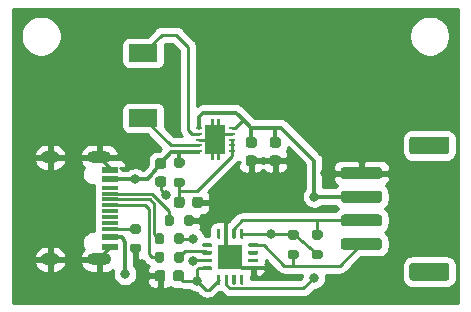
<source format=gtl>
G04 #@! TF.GenerationSoftware,KiCad,Pcbnew,(5.1.10-1-10_14)*
G04 #@! TF.CreationDate,2021-09-29T23:59:16+10:00*
G04 #@! TF.ProjectId,ServianPower5,53657276-6961-46e5-906f-776572352e6b,0.1*
G04 #@! TF.SameCoordinates,Original*
G04 #@! TF.FileFunction,Copper,L1,Top*
G04 #@! TF.FilePolarity,Positive*
%FSLAX46Y46*%
G04 Gerber Fmt 4.6, Leading zero omitted, Abs format (unit mm)*
G04 Created by KiCad (PCBNEW (5.1.10-1-10_14)) date 2021-09-29 23:59:16*
%MOMM*%
%LPD*%
G01*
G04 APERTURE LIST*
G04 #@! TA.AperFunction,SMDPad,CuDef*
%ADD10R,1.450000X0.600000*%
G04 #@! TD*
G04 #@! TA.AperFunction,SMDPad,CuDef*
%ADD11R,1.450000X0.300000*%
G04 #@! TD*
G04 #@! TA.AperFunction,ComponentPad*
%ADD12O,2.100000X1.000000*%
G04 #@! TD*
G04 #@! TA.AperFunction,ComponentPad*
%ADD13O,1.600000X1.000000*%
G04 #@! TD*
G04 #@! TA.AperFunction,SMDPad,CuDef*
%ADD14R,2.100000X2.100000*%
G04 #@! TD*
G04 #@! TA.AperFunction,ComponentPad*
%ADD15C,0.500000*%
G04 #@! TD*
G04 #@! TA.AperFunction,SMDPad,CuDef*
%ADD16C,0.100000*%
G04 #@! TD*
G04 #@! TA.AperFunction,SMDPad,CuDef*
%ADD17R,0.600000X0.240000*%
G04 #@! TD*
G04 #@! TA.AperFunction,SMDPad,CuDef*
%ADD18R,2.400000X1.500000*%
G04 #@! TD*
G04 #@! TA.AperFunction,ViaPad*
%ADD19C,0.800000*%
G04 #@! TD*
G04 #@! TA.AperFunction,Conductor*
%ADD20C,0.250000*%
G04 #@! TD*
G04 #@! TA.AperFunction,Conductor*
%ADD21C,0.350000*%
G04 #@! TD*
G04 #@! TA.AperFunction,Conductor*
%ADD22C,0.300000*%
G04 #@! TD*
G04 #@! TA.AperFunction,Conductor*
%ADD23C,0.254000*%
G04 #@! TD*
G04 #@! TA.AperFunction,Conductor*
%ADD24C,0.100000*%
G04 #@! TD*
G04 APERTURE END LIST*
G04 #@! TA.AperFunction,SMDPad,CuDef*
G36*
G01*
X135234000Y-91865000D02*
X135784000Y-91865000D01*
G75*
G02*
X135984000Y-92065000I0J-200000D01*
G01*
X135984000Y-92465000D01*
G75*
G02*
X135784000Y-92665000I-200000J0D01*
G01*
X135234000Y-92665000D01*
G75*
G02*
X135034000Y-92465000I0J200000D01*
G01*
X135034000Y-92065000D01*
G75*
G02*
X135234000Y-91865000I200000J0D01*
G01*
G37*
G04 #@! TD.AperFunction*
G04 #@! TA.AperFunction,SMDPad,CuDef*
G36*
G01*
X135234000Y-90215000D02*
X135784000Y-90215000D01*
G75*
G02*
X135984000Y-90415000I0J-200000D01*
G01*
X135984000Y-90815000D01*
G75*
G02*
X135784000Y-91015000I-200000J0D01*
G01*
X135234000Y-91015000D01*
G75*
G02*
X135034000Y-90815000I0J200000D01*
G01*
X135034000Y-90415000D01*
G75*
G02*
X135234000Y-90215000I200000J0D01*
G01*
G37*
G04 #@! TD.AperFunction*
G04 #@! TA.AperFunction,SMDPad,CuDef*
G36*
G01*
X139617000Y-90191000D02*
X139617000Y-89641000D01*
G75*
G02*
X139817000Y-89441000I200000J0D01*
G01*
X140217000Y-89441000D01*
G75*
G02*
X140417000Y-89641000I0J-200000D01*
G01*
X140417000Y-90191000D01*
G75*
G02*
X140217000Y-90391000I-200000J0D01*
G01*
X139817000Y-90391000D01*
G75*
G02*
X139617000Y-90191000I0J200000D01*
G01*
G37*
G04 #@! TD.AperFunction*
G04 #@! TA.AperFunction,SMDPad,CuDef*
G36*
G01*
X137967000Y-90191000D02*
X137967000Y-89641000D01*
G75*
G02*
X138167000Y-89441000I200000J0D01*
G01*
X138567000Y-89441000D01*
G75*
G02*
X138767000Y-89641000I0J-200000D01*
G01*
X138767000Y-90191000D01*
G75*
G02*
X138567000Y-90391000I-200000J0D01*
G01*
X138167000Y-90391000D01*
G75*
G02*
X137967000Y-90191000I0J200000D01*
G01*
G37*
G04 #@! TD.AperFunction*
D10*
X133356400Y-92124600D03*
X133356400Y-91324600D03*
X133356400Y-86424600D03*
X133356400Y-85624600D03*
X133356400Y-85624600D03*
X133356400Y-86424600D03*
X133356400Y-91324600D03*
X133356400Y-92124600D03*
D11*
X133356400Y-87124600D03*
X133356400Y-87624600D03*
X133356400Y-88124600D03*
X133356400Y-89124600D03*
X133356400Y-89624600D03*
X133356400Y-90124600D03*
X133356400Y-90624600D03*
X133356400Y-88624600D03*
D12*
X132441400Y-93194600D03*
X132441400Y-84554600D03*
D13*
X128261400Y-84554600D03*
X128261400Y-93194600D03*
G04 #@! TA.AperFunction,SMDPad,CuDef*
G36*
G01*
X151151000Y-93173000D02*
X150601000Y-93173000D01*
G75*
G02*
X150401000Y-92973000I0J200000D01*
G01*
X150401000Y-92573000D01*
G75*
G02*
X150601000Y-92373000I200000J0D01*
G01*
X151151000Y-92373000D01*
G75*
G02*
X151351000Y-92573000I0J-200000D01*
G01*
X151351000Y-92973000D01*
G75*
G02*
X151151000Y-93173000I-200000J0D01*
G01*
G37*
G04 #@! TD.AperFunction*
G04 #@! TA.AperFunction,SMDPad,CuDef*
G36*
G01*
X151151000Y-91523000D02*
X150601000Y-91523000D01*
G75*
G02*
X150401000Y-91323000I0J200000D01*
G01*
X150401000Y-90923000D01*
G75*
G02*
X150601000Y-90723000I200000J0D01*
G01*
X151151000Y-90723000D01*
G75*
G02*
X151351000Y-90923000I0J-200000D01*
G01*
X151351000Y-91323000D01*
G75*
G02*
X151151000Y-91523000I-200000J0D01*
G01*
G37*
G04 #@! TD.AperFunction*
G04 #@! TA.AperFunction,SMDPad,CuDef*
G36*
G01*
X148569000Y-90723000D02*
X149119000Y-90723000D01*
G75*
G02*
X149319000Y-90923000I0J-200000D01*
G01*
X149319000Y-91323000D01*
G75*
G02*
X149119000Y-91523000I-200000J0D01*
G01*
X148569000Y-91523000D01*
G75*
G02*
X148369000Y-91323000I0J200000D01*
G01*
X148369000Y-90923000D01*
G75*
G02*
X148569000Y-90723000I200000J0D01*
G01*
G37*
G04 #@! TD.AperFunction*
G04 #@! TA.AperFunction,SMDPad,CuDef*
G36*
G01*
X148569000Y-92373000D02*
X149119000Y-92373000D01*
G75*
G02*
X149319000Y-92573000I0J-200000D01*
G01*
X149319000Y-92973000D01*
G75*
G02*
X149119000Y-93173000I-200000J0D01*
G01*
X148569000Y-93173000D01*
G75*
G02*
X148369000Y-92973000I0J200000D01*
G01*
X148369000Y-92573000D01*
G75*
G02*
X148569000Y-92373000I200000J0D01*
G01*
G37*
G04 #@! TD.AperFunction*
G04 #@! TA.AperFunction,SMDPad,CuDef*
G36*
G01*
X156130000Y-92400000D02*
X153130000Y-92400000D01*
G75*
G02*
X152880000Y-92150000I0J250000D01*
G01*
X152880000Y-91650000D01*
G75*
G02*
X153130000Y-91400000I250000J0D01*
G01*
X156130000Y-91400000D01*
G75*
G02*
X156380000Y-91650000I0J-250000D01*
G01*
X156380000Y-92150000D01*
G75*
G02*
X156130000Y-92400000I-250000J0D01*
G01*
G37*
G04 #@! TD.AperFunction*
G04 #@! TA.AperFunction,SMDPad,CuDef*
G36*
G01*
X156130000Y-90400000D02*
X153130000Y-90400000D01*
G75*
G02*
X152880000Y-90150000I0J250000D01*
G01*
X152880000Y-89650000D01*
G75*
G02*
X153130000Y-89400000I250000J0D01*
G01*
X156130000Y-89400000D01*
G75*
G02*
X156380000Y-89650000I0J-250000D01*
G01*
X156380000Y-90150000D01*
G75*
G02*
X156130000Y-90400000I-250000J0D01*
G01*
G37*
G04 #@! TD.AperFunction*
G04 #@! TA.AperFunction,SMDPad,CuDef*
G36*
G01*
X156130000Y-88400000D02*
X153130000Y-88400000D01*
G75*
G02*
X152880000Y-88150000I0J250000D01*
G01*
X152880000Y-87650000D01*
G75*
G02*
X153130000Y-87400000I250000J0D01*
G01*
X156130000Y-87400000D01*
G75*
G02*
X156380000Y-87650000I0J-250000D01*
G01*
X156380000Y-88150000D01*
G75*
G02*
X156130000Y-88400000I-250000J0D01*
G01*
G37*
G04 #@! TD.AperFunction*
G04 #@! TA.AperFunction,SMDPad,CuDef*
G36*
G01*
X156130000Y-86400000D02*
X153130000Y-86400000D01*
G75*
G02*
X152880000Y-86150000I0J250000D01*
G01*
X152880000Y-85650000D01*
G75*
G02*
X153130000Y-85400000I250000J0D01*
G01*
X156130000Y-85400000D01*
G75*
G02*
X156380000Y-85650000I0J-250000D01*
G01*
X156380000Y-86150000D01*
G75*
G02*
X156130000Y-86400000I-250000J0D01*
G01*
G37*
G04 #@! TD.AperFunction*
G04 #@! TA.AperFunction,SMDPad,CuDef*
G36*
G01*
X161830000Y-95000000D02*
X158930000Y-95000000D01*
G75*
G02*
X158680000Y-94750000I0J250000D01*
G01*
X158680000Y-93750000D01*
G75*
G02*
X158930000Y-93500000I250000J0D01*
G01*
X161830000Y-93500000D01*
G75*
G02*
X162080000Y-93750000I0J-250000D01*
G01*
X162080000Y-94750000D01*
G75*
G02*
X161830000Y-95000000I-250000J0D01*
G01*
G37*
G04 #@! TD.AperFunction*
G04 #@! TA.AperFunction,SMDPad,CuDef*
G36*
G01*
X161830000Y-84300000D02*
X158930000Y-84300000D01*
G75*
G02*
X158680000Y-84050000I0J250000D01*
G01*
X158680000Y-83050000D01*
G75*
G02*
X158930000Y-82800000I250000J0D01*
G01*
X161830000Y-82800000D01*
G75*
G02*
X162080000Y-83050000I0J-250000D01*
G01*
X162080000Y-84050000D01*
G75*
G02*
X161830000Y-84300000I-250000J0D01*
G01*
G37*
G04 #@! TD.AperFunction*
D14*
X143510000Y-92964000D03*
G04 #@! TA.AperFunction,SMDPad,CuDef*
G36*
G01*
X145110000Y-91839000D02*
X145810000Y-91839000D01*
G75*
G02*
X145885000Y-91914000I0J-75000D01*
G01*
X145885000Y-92064000D01*
G75*
G02*
X145810000Y-92139000I-75000J0D01*
G01*
X145110000Y-92139000D01*
G75*
G02*
X145035000Y-92064000I0J75000D01*
G01*
X145035000Y-91914000D01*
G75*
G02*
X145110000Y-91839000I75000J0D01*
G01*
G37*
G04 #@! TD.AperFunction*
G04 #@! TA.AperFunction,SMDPad,CuDef*
G36*
G01*
X145110000Y-92489000D02*
X145810000Y-92489000D01*
G75*
G02*
X145885000Y-92564000I0J-75000D01*
G01*
X145885000Y-92714000D01*
G75*
G02*
X145810000Y-92789000I-75000J0D01*
G01*
X145110000Y-92789000D01*
G75*
G02*
X145035000Y-92714000I0J75000D01*
G01*
X145035000Y-92564000D01*
G75*
G02*
X145110000Y-92489000I75000J0D01*
G01*
G37*
G04 #@! TD.AperFunction*
G04 #@! TA.AperFunction,SMDPad,CuDef*
G36*
G01*
X145110000Y-93139000D02*
X145810000Y-93139000D01*
G75*
G02*
X145885000Y-93214000I0J-75000D01*
G01*
X145885000Y-93364000D01*
G75*
G02*
X145810000Y-93439000I-75000J0D01*
G01*
X145110000Y-93439000D01*
G75*
G02*
X145035000Y-93364000I0J75000D01*
G01*
X145035000Y-93214000D01*
G75*
G02*
X145110000Y-93139000I75000J0D01*
G01*
G37*
G04 #@! TD.AperFunction*
G04 #@! TA.AperFunction,SMDPad,CuDef*
G36*
G01*
X145110000Y-93789000D02*
X145810000Y-93789000D01*
G75*
G02*
X145885000Y-93864000I0J-75000D01*
G01*
X145885000Y-94014000D01*
G75*
G02*
X145810000Y-94089000I-75000J0D01*
G01*
X145110000Y-94089000D01*
G75*
G02*
X145035000Y-94014000I0J75000D01*
G01*
X145035000Y-93864000D01*
G75*
G02*
X145110000Y-93789000I75000J0D01*
G01*
G37*
G04 #@! TD.AperFunction*
G04 #@! TA.AperFunction,SMDPad,CuDef*
G36*
G01*
X144410000Y-94489000D02*
X144560000Y-94489000D01*
G75*
G02*
X144635000Y-94564000I0J-75000D01*
G01*
X144635000Y-95264000D01*
G75*
G02*
X144560000Y-95339000I-75000J0D01*
G01*
X144410000Y-95339000D01*
G75*
G02*
X144335000Y-95264000I0J75000D01*
G01*
X144335000Y-94564000D01*
G75*
G02*
X144410000Y-94489000I75000J0D01*
G01*
G37*
G04 #@! TD.AperFunction*
G04 #@! TA.AperFunction,SMDPad,CuDef*
G36*
G01*
X143760000Y-94489000D02*
X143910000Y-94489000D01*
G75*
G02*
X143985000Y-94564000I0J-75000D01*
G01*
X143985000Y-95264000D01*
G75*
G02*
X143910000Y-95339000I-75000J0D01*
G01*
X143760000Y-95339000D01*
G75*
G02*
X143685000Y-95264000I0J75000D01*
G01*
X143685000Y-94564000D01*
G75*
G02*
X143760000Y-94489000I75000J0D01*
G01*
G37*
G04 #@! TD.AperFunction*
G04 #@! TA.AperFunction,SMDPad,CuDef*
G36*
G01*
X143110000Y-94489000D02*
X143260000Y-94489000D01*
G75*
G02*
X143335000Y-94564000I0J-75000D01*
G01*
X143335000Y-95264000D01*
G75*
G02*
X143260000Y-95339000I-75000J0D01*
G01*
X143110000Y-95339000D01*
G75*
G02*
X143035000Y-95264000I0J75000D01*
G01*
X143035000Y-94564000D01*
G75*
G02*
X143110000Y-94489000I75000J0D01*
G01*
G37*
G04 #@! TD.AperFunction*
G04 #@! TA.AperFunction,SMDPad,CuDef*
G36*
G01*
X142460000Y-94489000D02*
X142610000Y-94489000D01*
G75*
G02*
X142685000Y-94564000I0J-75000D01*
G01*
X142685000Y-95264000D01*
G75*
G02*
X142610000Y-95339000I-75000J0D01*
G01*
X142460000Y-95339000D01*
G75*
G02*
X142385000Y-95264000I0J75000D01*
G01*
X142385000Y-94564000D01*
G75*
G02*
X142460000Y-94489000I75000J0D01*
G01*
G37*
G04 #@! TD.AperFunction*
G04 #@! TA.AperFunction,SMDPad,CuDef*
G36*
G01*
X141210000Y-93789000D02*
X141910000Y-93789000D01*
G75*
G02*
X141985000Y-93864000I0J-75000D01*
G01*
X141985000Y-94014000D01*
G75*
G02*
X141910000Y-94089000I-75000J0D01*
G01*
X141210000Y-94089000D01*
G75*
G02*
X141135000Y-94014000I0J75000D01*
G01*
X141135000Y-93864000D01*
G75*
G02*
X141210000Y-93789000I75000J0D01*
G01*
G37*
G04 #@! TD.AperFunction*
G04 #@! TA.AperFunction,SMDPad,CuDef*
G36*
G01*
X141210000Y-93139000D02*
X141910000Y-93139000D01*
G75*
G02*
X141985000Y-93214000I0J-75000D01*
G01*
X141985000Y-93364000D01*
G75*
G02*
X141910000Y-93439000I-75000J0D01*
G01*
X141210000Y-93439000D01*
G75*
G02*
X141135000Y-93364000I0J75000D01*
G01*
X141135000Y-93214000D01*
G75*
G02*
X141210000Y-93139000I75000J0D01*
G01*
G37*
G04 #@! TD.AperFunction*
G04 #@! TA.AperFunction,SMDPad,CuDef*
G36*
G01*
X141210000Y-92489000D02*
X141910000Y-92489000D01*
G75*
G02*
X141985000Y-92564000I0J-75000D01*
G01*
X141985000Y-92714000D01*
G75*
G02*
X141910000Y-92789000I-75000J0D01*
G01*
X141210000Y-92789000D01*
G75*
G02*
X141135000Y-92714000I0J75000D01*
G01*
X141135000Y-92564000D01*
G75*
G02*
X141210000Y-92489000I75000J0D01*
G01*
G37*
G04 #@! TD.AperFunction*
G04 #@! TA.AperFunction,SMDPad,CuDef*
G36*
G01*
X141210000Y-91839000D02*
X141910000Y-91839000D01*
G75*
G02*
X141985000Y-91914000I0J-75000D01*
G01*
X141985000Y-92064000D01*
G75*
G02*
X141910000Y-92139000I-75000J0D01*
G01*
X141210000Y-92139000D01*
G75*
G02*
X141135000Y-92064000I0J75000D01*
G01*
X141135000Y-91914000D01*
G75*
G02*
X141210000Y-91839000I75000J0D01*
G01*
G37*
G04 #@! TD.AperFunction*
G04 #@! TA.AperFunction,SMDPad,CuDef*
G36*
G01*
X142460000Y-90589000D02*
X142610000Y-90589000D01*
G75*
G02*
X142685000Y-90664000I0J-75000D01*
G01*
X142685000Y-91364000D01*
G75*
G02*
X142610000Y-91439000I-75000J0D01*
G01*
X142460000Y-91439000D01*
G75*
G02*
X142385000Y-91364000I0J75000D01*
G01*
X142385000Y-90664000D01*
G75*
G02*
X142460000Y-90589000I75000J0D01*
G01*
G37*
G04 #@! TD.AperFunction*
G04 #@! TA.AperFunction,SMDPad,CuDef*
G36*
G01*
X143110000Y-90589000D02*
X143260000Y-90589000D01*
G75*
G02*
X143335000Y-90664000I0J-75000D01*
G01*
X143335000Y-91364000D01*
G75*
G02*
X143260000Y-91439000I-75000J0D01*
G01*
X143110000Y-91439000D01*
G75*
G02*
X143035000Y-91364000I0J75000D01*
G01*
X143035000Y-90664000D01*
G75*
G02*
X143110000Y-90589000I75000J0D01*
G01*
G37*
G04 #@! TD.AperFunction*
G04 #@! TA.AperFunction,SMDPad,CuDef*
G36*
G01*
X143760000Y-90589000D02*
X143910000Y-90589000D01*
G75*
G02*
X143985000Y-90664000I0J-75000D01*
G01*
X143985000Y-91364000D01*
G75*
G02*
X143910000Y-91439000I-75000J0D01*
G01*
X143760000Y-91439000D01*
G75*
G02*
X143685000Y-91364000I0J75000D01*
G01*
X143685000Y-90664000D01*
G75*
G02*
X143760000Y-90589000I75000J0D01*
G01*
G37*
G04 #@! TD.AperFunction*
G04 #@! TA.AperFunction,SMDPad,CuDef*
G36*
G01*
X144410000Y-90589000D02*
X144560000Y-90589000D01*
G75*
G02*
X144635000Y-90664000I0J-75000D01*
G01*
X144635000Y-91364000D01*
G75*
G02*
X144560000Y-91439000I-75000J0D01*
G01*
X144410000Y-91439000D01*
G75*
G02*
X144335000Y-91364000I0J75000D01*
G01*
X144335000Y-90664000D01*
G75*
G02*
X144410000Y-90589000I75000J0D01*
G01*
G37*
G04 #@! TD.AperFunction*
D15*
X142240000Y-82108000D03*
X142815000Y-83058000D03*
X141665000Y-83058000D03*
X142240000Y-84008000D03*
G04 #@! TA.AperFunction,SMDPad,CuDef*
D16*
G36*
X142115000Y-81858000D02*
G01*
X142365000Y-81858000D01*
X142365000Y-81358000D01*
X142615000Y-81358000D01*
X142615000Y-81858000D01*
X143065000Y-81858000D01*
X143065000Y-84258000D01*
X142615000Y-84258000D01*
X142615000Y-84758000D01*
X142365000Y-84758000D01*
X142365000Y-84258000D01*
X142115000Y-84258000D01*
X142115000Y-84758000D01*
X141865000Y-84758000D01*
X141865000Y-84258000D01*
X141415000Y-84258000D01*
X141415000Y-81858000D01*
X141865000Y-81858000D01*
X141865000Y-81358000D01*
X142115000Y-81358000D01*
X142115000Y-81858000D01*
G37*
G04 #@! TD.AperFunction*
D17*
X143640000Y-82058000D03*
X143640000Y-82558000D03*
X143640000Y-83058000D03*
X143640000Y-83558000D03*
X143640000Y-84058000D03*
X140840000Y-84058000D03*
X140840000Y-83558000D03*
X140840000Y-83058000D03*
X140840000Y-82558000D03*
X140840000Y-82058000D03*
G04 #@! TA.AperFunction,SMDPad,CuDef*
G36*
G01*
X137928800Y-92739800D02*
X137928800Y-93289800D01*
G75*
G02*
X137728800Y-93489800I-200000J0D01*
G01*
X137328800Y-93489800D01*
G75*
G02*
X137128800Y-93289800I0J200000D01*
G01*
X137128800Y-92739800D01*
G75*
G02*
X137328800Y-92539800I200000J0D01*
G01*
X137728800Y-92539800D01*
G75*
G02*
X137928800Y-92739800I0J-200000D01*
G01*
G37*
G04 #@! TD.AperFunction*
G04 #@! TA.AperFunction,SMDPad,CuDef*
G36*
G01*
X139578800Y-92739800D02*
X139578800Y-93289800D01*
G75*
G02*
X139378800Y-93489800I-200000J0D01*
G01*
X138978800Y-93489800D01*
G75*
G02*
X138778800Y-93289800I0J200000D01*
G01*
X138778800Y-92739800D01*
G75*
G02*
X138978800Y-92539800I200000J0D01*
G01*
X139378800Y-92539800D01*
G75*
G02*
X139578800Y-92739800I0J-200000D01*
G01*
G37*
G04 #@! TD.AperFunction*
G04 #@! TA.AperFunction,SMDPad,CuDef*
G36*
G01*
X137928800Y-91190400D02*
X137928800Y-91740400D01*
G75*
G02*
X137728800Y-91940400I-200000J0D01*
G01*
X137328800Y-91940400D01*
G75*
G02*
X137128800Y-91740400I0J200000D01*
G01*
X137128800Y-91190400D01*
G75*
G02*
X137328800Y-90990400I200000J0D01*
G01*
X137728800Y-90990400D01*
G75*
G02*
X137928800Y-91190400I0J-200000D01*
G01*
G37*
G04 #@! TD.AperFunction*
G04 #@! TA.AperFunction,SMDPad,CuDef*
G36*
G01*
X139578800Y-91190400D02*
X139578800Y-91740400D01*
G75*
G02*
X139378800Y-91940400I-200000J0D01*
G01*
X138978800Y-91940400D01*
G75*
G02*
X138778800Y-91740400I0J200000D01*
G01*
X138778800Y-91190400D01*
G75*
G02*
X138978800Y-90990400I200000J0D01*
G01*
X139378800Y-90990400D01*
G75*
G02*
X139578800Y-91190400I0J-200000D01*
G01*
G37*
G04 #@! TD.AperFunction*
G04 #@! TA.AperFunction,SMDPad,CuDef*
G36*
G01*
X138917000Y-86277000D02*
X139467000Y-86277000D01*
G75*
G02*
X139667000Y-86477000I0J-200000D01*
G01*
X139667000Y-86877000D01*
G75*
G02*
X139467000Y-87077000I-200000J0D01*
G01*
X138917000Y-87077000D01*
G75*
G02*
X138717000Y-86877000I0J200000D01*
G01*
X138717000Y-86477000D01*
G75*
G02*
X138917000Y-86277000I200000J0D01*
G01*
G37*
G04 #@! TD.AperFunction*
G04 #@! TA.AperFunction,SMDPad,CuDef*
G36*
G01*
X138917000Y-84627000D02*
X139467000Y-84627000D01*
G75*
G02*
X139667000Y-84827000I0J-200000D01*
G01*
X139667000Y-85227000D01*
G75*
G02*
X139467000Y-85427000I-200000J0D01*
G01*
X138917000Y-85427000D01*
G75*
G02*
X138717000Y-85227000I0J200000D01*
G01*
X138717000Y-84827000D01*
G75*
G02*
X138917000Y-84627000I200000J0D01*
G01*
G37*
G04 #@! TD.AperFunction*
D18*
X136144000Y-75736000D03*
X136144000Y-81236000D03*
G04 #@! TA.AperFunction,SMDPad,CuDef*
G36*
G01*
X138028800Y-94339600D02*
X138028800Y-94839600D01*
G75*
G02*
X137803800Y-95064600I-225000J0D01*
G01*
X137353800Y-95064600D01*
G75*
G02*
X137128800Y-94839600I0J225000D01*
G01*
X137128800Y-94339600D01*
G75*
G02*
X137353800Y-94114600I225000J0D01*
G01*
X137803800Y-94114600D01*
G75*
G02*
X138028800Y-94339600I0J-225000D01*
G01*
G37*
G04 #@! TD.AperFunction*
G04 #@! TA.AperFunction,SMDPad,CuDef*
G36*
G01*
X139578800Y-94339600D02*
X139578800Y-94839600D01*
G75*
G02*
X139353800Y-95064600I-225000J0D01*
G01*
X138903800Y-95064600D01*
G75*
G02*
X138678800Y-94839600I0J225000D01*
G01*
X138678800Y-94339600D01*
G75*
G02*
X138903800Y-94114600I225000J0D01*
G01*
X139353800Y-94114600D01*
G75*
G02*
X139578800Y-94339600I0J-225000D01*
G01*
G37*
G04 #@! TD.AperFunction*
G04 #@! TA.AperFunction,SMDPad,CuDef*
G36*
G01*
X145038000Y-84399000D02*
X145538000Y-84399000D01*
G75*
G02*
X145763000Y-84624000I0J-225000D01*
G01*
X145763000Y-85074000D01*
G75*
G02*
X145538000Y-85299000I-225000J0D01*
G01*
X145038000Y-85299000D01*
G75*
G02*
X144813000Y-85074000I0J225000D01*
G01*
X144813000Y-84624000D01*
G75*
G02*
X145038000Y-84399000I225000J0D01*
G01*
G37*
G04 #@! TD.AperFunction*
G04 #@! TA.AperFunction,SMDPad,CuDef*
G36*
G01*
X145038000Y-82849000D02*
X145538000Y-82849000D01*
G75*
G02*
X145763000Y-83074000I0J-225000D01*
G01*
X145763000Y-83524000D01*
G75*
G02*
X145538000Y-83749000I-225000J0D01*
G01*
X145038000Y-83749000D01*
G75*
G02*
X144813000Y-83524000I0J225000D01*
G01*
X144813000Y-83074000D01*
G75*
G02*
X145038000Y-82849000I225000J0D01*
G01*
G37*
G04 #@! TD.AperFunction*
G04 #@! TA.AperFunction,SMDPad,CuDef*
G36*
G01*
X147070000Y-84399000D02*
X147570000Y-84399000D01*
G75*
G02*
X147795000Y-84624000I0J-225000D01*
G01*
X147795000Y-85074000D01*
G75*
G02*
X147570000Y-85299000I-225000J0D01*
G01*
X147070000Y-85299000D01*
G75*
G02*
X146845000Y-85074000I0J225000D01*
G01*
X146845000Y-84624000D01*
G75*
G02*
X147070000Y-84399000I225000J0D01*
G01*
G37*
G04 #@! TD.AperFunction*
G04 #@! TA.AperFunction,SMDPad,CuDef*
G36*
G01*
X147070000Y-82849000D02*
X147570000Y-82849000D01*
G75*
G02*
X147795000Y-83074000I0J-225000D01*
G01*
X147795000Y-83524000D01*
G75*
G02*
X147570000Y-83749000I-225000J0D01*
G01*
X147070000Y-83749000D01*
G75*
G02*
X146845000Y-83524000I0J225000D01*
G01*
X146845000Y-83074000D01*
G75*
G02*
X147070000Y-82849000I225000J0D01*
G01*
G37*
G04 #@! TD.AperFunction*
G04 #@! TA.AperFunction,SMDPad,CuDef*
G36*
G01*
X140304400Y-88616600D02*
X140304400Y-88116600D01*
G75*
G02*
X140529400Y-87891600I225000J0D01*
G01*
X140979400Y-87891600D01*
G75*
G02*
X141204400Y-88116600I0J-225000D01*
G01*
X141204400Y-88616600D01*
G75*
G02*
X140979400Y-88841600I-225000J0D01*
G01*
X140529400Y-88841600D01*
G75*
G02*
X140304400Y-88616600I0J225000D01*
G01*
G37*
G04 #@! TD.AperFunction*
G04 #@! TA.AperFunction,SMDPad,CuDef*
G36*
G01*
X138754400Y-88616600D02*
X138754400Y-88116600D01*
G75*
G02*
X138979400Y-87891600I225000J0D01*
G01*
X139429400Y-87891600D01*
G75*
G02*
X139654400Y-88116600I0J-225000D01*
G01*
X139654400Y-88616600D01*
G75*
G02*
X139429400Y-88841600I-225000J0D01*
G01*
X138979400Y-88841600D01*
G75*
G02*
X138754400Y-88616600I0J225000D01*
G01*
G37*
G04 #@! TD.AperFunction*
G04 #@! TA.AperFunction,SMDPad,CuDef*
G36*
G01*
X137392600Y-86177000D02*
X137892600Y-86177000D01*
G75*
G02*
X138117600Y-86402000I0J-225000D01*
G01*
X138117600Y-86852000D01*
G75*
G02*
X137892600Y-87077000I-225000J0D01*
G01*
X137392600Y-87077000D01*
G75*
G02*
X137167600Y-86852000I0J225000D01*
G01*
X137167600Y-86402000D01*
G75*
G02*
X137392600Y-86177000I225000J0D01*
G01*
G37*
G04 #@! TD.AperFunction*
G04 #@! TA.AperFunction,SMDPad,CuDef*
G36*
G01*
X137392600Y-84627000D02*
X137892600Y-84627000D01*
G75*
G02*
X138117600Y-84852000I0J-225000D01*
G01*
X138117600Y-85302000D01*
G75*
G02*
X137892600Y-85527000I-225000J0D01*
G01*
X137392600Y-85527000D01*
G75*
G02*
X137167600Y-85302000I0J225000D01*
G01*
X137167600Y-84852000D01*
G75*
G02*
X137392600Y-84627000I225000J0D01*
G01*
G37*
G04 #@! TD.AperFunction*
D19*
X142748000Y-88392000D03*
X146812000Y-93939000D03*
X151561800Y-85900000D03*
X138074400Y-87757000D03*
X140360400Y-91465400D03*
X140360400Y-93319600D03*
X134620000Y-94437200D03*
X135469800Y-86424600D03*
X150622000Y-87884000D03*
X150622000Y-94742000D03*
X146984000Y-91014000D03*
X140716000Y-94996000D03*
D20*
X140840000Y-83058000D02*
X141665000Y-83058000D01*
X142740000Y-82558000D02*
X143640000Y-82558000D01*
X142240000Y-83058000D02*
X142740000Y-82558000D01*
X137642600Y-87325200D02*
X138074400Y-87757000D01*
X137642600Y-86627000D02*
X137642600Y-87325200D01*
D21*
X133356400Y-92279600D02*
X132441400Y-93194600D01*
D20*
X133356400Y-92124600D02*
X133356400Y-92279600D01*
D21*
X133356400Y-85469600D02*
X132441400Y-84554600D01*
D20*
X133356400Y-85624600D02*
X133356400Y-85469600D01*
D22*
X143185000Y-88829000D02*
X142748000Y-88392000D01*
X143185000Y-91014000D02*
X143185000Y-88829000D01*
X144485000Y-93939000D02*
X143510000Y-92964000D01*
X145460000Y-93939000D02*
X144485000Y-93939000D01*
D20*
X143185000Y-92639000D02*
X143510000Y-92964000D01*
D22*
X143185000Y-91014000D02*
X143185000Y-92639000D01*
X154630000Y-85900000D02*
X151561800Y-85900000D01*
X146812000Y-93939000D02*
X145460000Y-93939000D01*
D20*
X143640000Y-83058000D02*
X143640000Y-84058000D01*
X143640000Y-84058000D02*
X143640000Y-84428000D01*
X143640000Y-84428000D02*
X140692000Y-87376000D01*
X140692000Y-87376000D02*
X139192000Y-87376000D01*
X139192000Y-87376000D02*
X139192000Y-86677000D01*
X139192000Y-88455800D02*
X139204400Y-88468200D01*
X139192000Y-88354200D02*
X139204400Y-88366600D01*
X139192000Y-87376000D02*
X139192000Y-88354200D01*
X136863000Y-87624600D02*
X133356400Y-87624600D01*
X136863000Y-87624600D02*
X138367000Y-89128600D01*
X138367000Y-89128600D02*
X138367000Y-89916000D01*
X135163000Y-90650000D02*
X135178800Y-90665800D01*
X135499400Y-90624600D02*
X135509000Y-90615000D01*
X133356400Y-90624600D02*
X135499400Y-90624600D01*
X140290000Y-82558000D02*
X139954000Y-82222000D01*
X140840000Y-82558000D02*
X140290000Y-82558000D01*
X139954000Y-82222000D02*
X139954000Y-75184000D01*
X139954000Y-75184000D02*
X138938000Y-74168000D01*
X137712000Y-74168000D02*
X136144000Y-75736000D01*
X138938000Y-74168000D02*
X137712000Y-74168000D01*
X138466000Y-83558000D02*
X136144000Y-81236000D01*
X140840000Y-83558000D02*
X138466000Y-83558000D01*
X141556000Y-93285000D02*
X141560000Y-93289000D01*
X140365600Y-93289000D02*
X140335000Y-93319600D01*
X141560000Y-93289000D02*
X140365600Y-93289000D01*
X139178800Y-91465400D02*
X140360400Y-91465400D01*
X141410000Y-92489000D02*
X139704600Y-92489000D01*
X139704600Y-92489000D02*
X139178800Y-93014800D01*
X141560000Y-92639000D02*
X141410000Y-92489000D01*
X140824000Y-84074000D02*
X140840000Y-84058000D01*
D22*
X139192000Y-84074000D02*
X140824000Y-84074000D01*
X133356400Y-86424600D02*
X135469800Y-86424600D01*
X136531962Y-86424600D02*
X137642600Y-85077000D01*
X138480800Y-84074000D02*
X137642600Y-85077000D01*
X139192000Y-84074000D02*
X138480800Y-84074000D01*
X139192000Y-84074000D02*
X139192000Y-85027000D01*
X135469800Y-86424600D02*
X136531962Y-86424600D01*
X134620000Y-91702190D02*
X134620000Y-94437200D01*
X134331400Y-91324600D02*
X134620000Y-91702190D01*
X133356400Y-91324600D02*
X134331400Y-91324600D01*
D20*
X143835000Y-90589000D02*
X144524000Y-89900000D01*
X143835000Y-91014000D02*
X143835000Y-90589000D01*
X150876000Y-91123000D02*
X150876000Y-89916000D01*
X150606000Y-89900000D02*
X154630000Y-89900000D01*
X144524000Y-89900000D02*
X150606000Y-89900000D01*
X154541000Y-91989000D02*
X154630000Y-91900000D01*
X145460000Y-91989000D02*
X146345000Y-91989000D01*
X146345000Y-91989000D02*
X148082000Y-93726000D01*
X152804000Y-93726000D02*
X154630000Y-91900000D01*
X148844000Y-92773000D02*
X148844000Y-93726000D01*
X148844000Y-93726000D02*
X152804000Y-93726000D01*
X148082000Y-93726000D02*
X148844000Y-93726000D01*
D22*
X140840000Y-82058000D02*
X140840000Y-81156000D01*
X140840000Y-81156000D02*
X141224000Y-80772000D01*
X141224000Y-80772000D02*
X144018000Y-80772000D01*
X145288000Y-82042000D02*
X145288000Y-83299000D01*
X144002000Y-82058000D02*
X144653000Y-81407000D01*
X144653000Y-81407000D02*
X145288000Y-82042000D01*
D20*
X143640000Y-82058000D02*
X144002000Y-82058000D01*
D22*
X144018000Y-80772000D02*
X144653000Y-81407000D01*
X145288000Y-82042000D02*
X147066000Y-82042000D01*
X147320000Y-82042000D02*
X147320000Y-83299000D01*
X147066000Y-82042000D02*
X147828000Y-82042000D01*
X150638000Y-87900000D02*
X154630000Y-87900000D01*
D20*
X150622000Y-87884000D02*
X150638000Y-87900000D01*
X143510010Y-95664010D02*
X149699990Y-95664010D01*
X143185000Y-95339000D02*
X143510010Y-95664010D01*
X143185000Y-94914000D02*
X143185000Y-95339000D01*
X149699990Y-95664010D02*
X150622000Y-94742000D01*
X150622000Y-94742000D02*
X150622000Y-94742000D01*
D22*
X150622000Y-84836000D02*
X150622000Y-87884000D01*
X147828000Y-82042000D02*
X150622000Y-84836000D01*
D20*
X148735000Y-91014000D02*
X148844000Y-91123000D01*
X144485000Y-91014000D02*
X146984000Y-91014000D01*
X146984000Y-91014000D02*
X148735000Y-91014000D01*
X141560000Y-93939000D02*
X140757000Y-93939000D01*
X140716000Y-93980000D02*
X140716000Y-94996000D01*
X140716000Y-94996000D02*
X141478000Y-95758000D01*
X141691000Y-95758000D02*
X142535000Y-94914000D01*
X141478000Y-95758000D02*
X141691000Y-95758000D01*
X140716000Y-94996000D02*
X140716000Y-94996000D01*
X148972000Y-91123000D02*
X150876000Y-92773000D01*
X148844000Y-91123000D02*
X148972000Y-91123000D01*
X139535200Y-94996000D02*
X139128800Y-94589600D01*
X140716000Y-94996000D02*
X139535200Y-94996000D01*
X133356400Y-88124600D02*
X136689400Y-88124600D01*
X137083800Y-88544400D02*
X137083800Y-91020400D01*
X137083800Y-91020400D02*
X137528800Y-91465400D01*
X136689400Y-88124600D02*
X137083800Y-88544400D01*
X136300400Y-88624600D02*
X133356400Y-88624600D01*
X136633790Y-88976200D02*
X136300400Y-88624600D01*
X136626600Y-92430600D02*
X136633790Y-88976200D01*
X136626600Y-92786200D02*
X136626600Y-92430600D01*
X136855200Y-93014800D02*
X136626600Y-92786200D01*
X137528800Y-93014800D02*
X136855200Y-93014800D01*
D23*
X162814064Y-96901000D02*
X125102338Y-96901000D01*
X125102338Y-93496474D01*
X126867281Y-93496474D01*
X126947124Y-93719576D01*
X127069031Y-93907364D01*
X127225231Y-94067761D01*
X127409722Y-94194603D01*
X127615413Y-94283015D01*
X127834400Y-94329600D01*
X128134400Y-94329600D01*
X128134400Y-93321600D01*
X128388400Y-93321600D01*
X128388400Y-94329600D01*
X128688400Y-94329600D01*
X128907387Y-94283015D01*
X129113078Y-94194603D01*
X129297569Y-94067761D01*
X129453769Y-93907364D01*
X129575676Y-93719576D01*
X129655519Y-93496474D01*
X130797281Y-93496474D01*
X130877124Y-93719576D01*
X130999031Y-93907364D01*
X131155231Y-94067761D01*
X131339722Y-94194603D01*
X131545413Y-94283015D01*
X131764400Y-94329600D01*
X132314400Y-94329600D01*
X132314400Y-93321600D01*
X130923446Y-93321600D01*
X130797281Y-93496474D01*
X129655519Y-93496474D01*
X129529354Y-93321600D01*
X128388400Y-93321600D01*
X128134400Y-93321600D01*
X126993446Y-93321600D01*
X126867281Y-93496474D01*
X125102338Y-93496474D01*
X125102338Y-92892726D01*
X126867281Y-92892726D01*
X126993446Y-93067600D01*
X128134400Y-93067600D01*
X128134400Y-92059600D01*
X128388400Y-92059600D01*
X128388400Y-93067600D01*
X129529354Y-93067600D01*
X129655519Y-92892726D01*
X129575676Y-92669624D01*
X129453769Y-92481836D01*
X129297569Y-92321439D01*
X129113078Y-92194597D01*
X128907387Y-92106185D01*
X128688400Y-92059600D01*
X128388400Y-92059600D01*
X128134400Y-92059600D01*
X127834400Y-92059600D01*
X127615413Y-92106185D01*
X127409722Y-92194597D01*
X127225231Y-92321439D01*
X127069031Y-92481836D01*
X126947124Y-92669624D01*
X126867281Y-92892726D01*
X125102338Y-92892726D01*
X125102338Y-84856474D01*
X126867281Y-84856474D01*
X126947124Y-85079576D01*
X127069031Y-85267364D01*
X127225231Y-85427761D01*
X127409722Y-85554603D01*
X127615413Y-85643015D01*
X127834400Y-85689600D01*
X128134400Y-85689600D01*
X128134400Y-84681600D01*
X128388400Y-84681600D01*
X128388400Y-85689600D01*
X128688400Y-85689600D01*
X128907387Y-85643015D01*
X129113078Y-85554603D01*
X129297569Y-85427761D01*
X129453769Y-85267364D01*
X129575676Y-85079576D01*
X129655519Y-84856474D01*
X130797281Y-84856474D01*
X130877124Y-85079576D01*
X130999031Y-85267364D01*
X131139606Y-85411716D01*
X131060659Y-85529869D01*
X130988292Y-85704578D01*
X130951400Y-85890048D01*
X130951400Y-86079152D01*
X130988292Y-86264622D01*
X131060659Y-86439331D01*
X131165719Y-86596564D01*
X131299436Y-86730281D01*
X131456669Y-86835341D01*
X131631378Y-86907708D01*
X131816848Y-86944600D01*
X131996283Y-86944600D01*
X131993328Y-86974600D01*
X131993328Y-87274600D01*
X132003177Y-87374600D01*
X131993328Y-87474600D01*
X131993328Y-87774600D01*
X132003177Y-87874600D01*
X131993328Y-87974600D01*
X131993328Y-88274600D01*
X132003177Y-88374600D01*
X131993328Y-88474600D01*
X131993328Y-88774600D01*
X132003177Y-88874600D01*
X131993328Y-88974600D01*
X131993328Y-89274600D01*
X132003177Y-89374600D01*
X131993328Y-89474600D01*
X131993328Y-89774600D01*
X132003177Y-89874600D01*
X131993328Y-89974600D01*
X131993328Y-90274600D01*
X132003177Y-90374600D01*
X131993328Y-90474600D01*
X131993328Y-90774600D01*
X131996283Y-90804600D01*
X131816848Y-90804600D01*
X131631378Y-90841492D01*
X131456669Y-90913859D01*
X131299436Y-91018919D01*
X131165719Y-91152636D01*
X131060659Y-91309869D01*
X130988292Y-91484578D01*
X130951400Y-91670048D01*
X130951400Y-91859152D01*
X130988292Y-92044622D01*
X131060659Y-92219331D01*
X131139606Y-92337484D01*
X130999031Y-92481836D01*
X130877124Y-92669624D01*
X130797281Y-92892726D01*
X130923446Y-93067600D01*
X132314400Y-93067600D01*
X132314400Y-93047600D01*
X132497648Y-93047600D01*
X132506918Y-93050412D01*
X132568400Y-93056467D01*
X132568400Y-93067600D01*
X132588400Y-93067600D01*
X132588400Y-93321600D01*
X132568400Y-93321600D01*
X132568400Y-94329600D01*
X133118400Y-94329600D01*
X133337387Y-94283015D01*
X133543078Y-94194603D01*
X133624052Y-94138931D01*
X133585000Y-94335261D01*
X133585000Y-94539139D01*
X133624774Y-94739098D01*
X133702795Y-94927456D01*
X133816063Y-95096974D01*
X133960226Y-95241137D01*
X134129744Y-95354405D01*
X134318102Y-95432426D01*
X134518061Y-95472200D01*
X134721939Y-95472200D01*
X134921898Y-95432426D01*
X135110256Y-95354405D01*
X135279774Y-95241137D01*
X135423937Y-95096974D01*
X135445568Y-95064600D01*
X136490728Y-95064600D01*
X136502988Y-95189082D01*
X136539298Y-95308780D01*
X136598263Y-95419094D01*
X136677615Y-95515785D01*
X136774306Y-95595137D01*
X136884620Y-95654102D01*
X137004318Y-95690412D01*
X137128800Y-95702672D01*
X137293050Y-95699600D01*
X137451800Y-95540850D01*
X137451800Y-94716600D01*
X136652550Y-94716600D01*
X136493800Y-94875350D01*
X136490728Y-95064600D01*
X135445568Y-95064600D01*
X135537205Y-94927456D01*
X135615226Y-94739098D01*
X135655000Y-94539139D01*
X135655000Y-94335261D01*
X135615226Y-94135302D01*
X135537205Y-93946944D01*
X135423937Y-93777426D01*
X135405000Y-93758489D01*
X135405000Y-92118000D01*
X135636000Y-92118000D01*
X135636000Y-92138000D01*
X135656000Y-92138000D01*
X135656000Y-92392000D01*
X135636000Y-92392000D01*
X135636000Y-93141250D01*
X135794750Y-93300000D01*
X135984000Y-93303072D01*
X136061365Y-93295453D01*
X136086599Y-93326201D01*
X136115603Y-93350004D01*
X136291396Y-93525797D01*
X136315199Y-93554801D01*
X136430924Y-93649774D01*
X136562953Y-93720346D01*
X136617351Y-93736847D01*
X136598263Y-93760106D01*
X136539298Y-93870420D01*
X136502988Y-93990118D01*
X136490728Y-94114600D01*
X136493800Y-94303850D01*
X136652550Y-94462600D01*
X137451800Y-94462600D01*
X137451800Y-94442600D01*
X137705800Y-94442600D01*
X137705800Y-94462600D01*
X137725800Y-94462600D01*
X137725800Y-94716600D01*
X137705800Y-94716600D01*
X137705800Y-95540850D01*
X137864550Y-95699600D01*
X138028800Y-95702672D01*
X138153282Y-95690412D01*
X138272980Y-95654102D01*
X138383294Y-95595137D01*
X138427449Y-95558900D01*
X138573517Y-95636975D01*
X138735423Y-95686088D01*
X138903800Y-95702672D01*
X139246665Y-95702672D01*
X139386214Y-95745003D01*
X139497867Y-95756000D01*
X139497876Y-95756000D01*
X139535199Y-95759676D01*
X139572522Y-95756000D01*
X140012289Y-95756000D01*
X140056226Y-95799937D01*
X140225744Y-95913205D01*
X140414102Y-95991226D01*
X140614061Y-96031000D01*
X140676198Y-96031000D01*
X140914201Y-96269002D01*
X140937999Y-96298001D01*
X141053724Y-96392974D01*
X141185753Y-96463546D01*
X141329014Y-96507003D01*
X141440667Y-96518000D01*
X141440675Y-96518000D01*
X141478000Y-96521676D01*
X141515325Y-96518000D01*
X141653678Y-96518000D01*
X141691000Y-96521676D01*
X141728322Y-96518000D01*
X141728333Y-96518000D01*
X141839986Y-96507003D01*
X141983247Y-96463546D01*
X142115276Y-96392974D01*
X142231001Y-96298001D01*
X142254803Y-96268998D01*
X142546729Y-95977072D01*
X142610000Y-95977072D01*
X142735874Y-95964675D01*
X142946206Y-96175007D01*
X142970009Y-96204011D01*
X143085734Y-96298984D01*
X143217763Y-96369556D01*
X143361024Y-96413013D01*
X143510010Y-96427687D01*
X143547343Y-96424010D01*
X149662668Y-96424010D01*
X149699990Y-96427686D01*
X149737312Y-96424010D01*
X149737323Y-96424010D01*
X149848976Y-96413013D01*
X149992237Y-96369556D01*
X150124266Y-96298984D01*
X150239991Y-96204011D01*
X150263793Y-96175008D01*
X150661801Y-95777000D01*
X150723939Y-95777000D01*
X150923898Y-95737226D01*
X151112256Y-95659205D01*
X151281774Y-95545937D01*
X151425937Y-95401774D01*
X151539205Y-95232256D01*
X151617226Y-95043898D01*
X151657000Y-94843939D01*
X151657000Y-94640061D01*
X151626356Y-94486000D01*
X152766678Y-94486000D01*
X152804000Y-94489676D01*
X152841322Y-94486000D01*
X152841333Y-94486000D01*
X152952986Y-94475003D01*
X153096247Y-94431546D01*
X153228276Y-94360974D01*
X153344001Y-94266001D01*
X153367804Y-94236997D01*
X153854801Y-93750000D01*
X158041928Y-93750000D01*
X158041928Y-94750000D01*
X158058992Y-94923254D01*
X158109528Y-95089850D01*
X158191595Y-95243386D01*
X158302038Y-95377962D01*
X158436614Y-95488405D01*
X158590150Y-95570472D01*
X158756746Y-95621008D01*
X158930000Y-95638072D01*
X161830000Y-95638072D01*
X162003254Y-95621008D01*
X162169850Y-95570472D01*
X162323386Y-95488405D01*
X162457962Y-95377962D01*
X162568405Y-95243386D01*
X162650472Y-95089850D01*
X162701008Y-94923254D01*
X162718072Y-94750000D01*
X162718072Y-93750000D01*
X162701008Y-93576746D01*
X162650472Y-93410150D01*
X162568405Y-93256614D01*
X162457962Y-93122038D01*
X162323386Y-93011595D01*
X162169850Y-92929528D01*
X162003254Y-92878992D01*
X161830000Y-92861928D01*
X158930000Y-92861928D01*
X158756746Y-92878992D01*
X158590150Y-92929528D01*
X158436614Y-93011595D01*
X158302038Y-93122038D01*
X158191595Y-93256614D01*
X158109528Y-93410150D01*
X158058992Y-93576746D01*
X158041928Y-93750000D01*
X153854801Y-93750000D01*
X154566730Y-93038072D01*
X156130000Y-93038072D01*
X156303254Y-93021008D01*
X156469850Y-92970472D01*
X156623386Y-92888405D01*
X156757962Y-92777962D01*
X156868405Y-92643386D01*
X156950472Y-92489850D01*
X157001008Y-92323254D01*
X157018072Y-92150000D01*
X157018072Y-91650000D01*
X157001008Y-91476746D01*
X156950472Y-91310150D01*
X156868405Y-91156614D01*
X156757962Y-91022038D01*
X156623386Y-90911595D01*
X156601693Y-90900000D01*
X156623386Y-90888405D01*
X156757962Y-90777962D01*
X156868405Y-90643386D01*
X156950472Y-90489850D01*
X157001008Y-90323254D01*
X157018072Y-90150000D01*
X157018072Y-89650000D01*
X157001008Y-89476746D01*
X156950472Y-89310150D01*
X156868405Y-89156614D01*
X156757962Y-89022038D01*
X156623386Y-88911595D01*
X156601693Y-88900000D01*
X156623386Y-88888405D01*
X156757962Y-88777962D01*
X156868405Y-88643386D01*
X156950472Y-88489850D01*
X157001008Y-88323254D01*
X157018072Y-88150000D01*
X157018072Y-87650000D01*
X157001008Y-87476746D01*
X156950472Y-87310150D01*
X156868405Y-87156614D01*
X156757962Y-87022038D01*
X156681187Y-86959031D01*
X156734494Y-86930537D01*
X156831185Y-86851185D01*
X156910537Y-86754494D01*
X156969502Y-86644180D01*
X157005812Y-86524482D01*
X157018072Y-86400000D01*
X157015000Y-86185750D01*
X156856250Y-86027000D01*
X154757000Y-86027000D01*
X154757000Y-86047000D01*
X154503000Y-86047000D01*
X154503000Y-86027000D01*
X152403750Y-86027000D01*
X152245000Y-86185750D01*
X152241928Y-86400000D01*
X152254188Y-86524482D01*
X152290498Y-86644180D01*
X152349463Y-86754494D01*
X152428815Y-86851185D01*
X152525506Y-86930537D01*
X152578813Y-86959031D01*
X152502038Y-87022038D01*
X152425747Y-87115000D01*
X151407000Y-87115000D01*
X151407000Y-85400000D01*
X152241928Y-85400000D01*
X152245000Y-85614250D01*
X152403750Y-85773000D01*
X154503000Y-85773000D01*
X154503000Y-84923750D01*
X154757000Y-84923750D01*
X154757000Y-85773000D01*
X156856250Y-85773000D01*
X157015000Y-85614250D01*
X157018072Y-85400000D01*
X157005812Y-85275518D01*
X156969502Y-85155820D01*
X156910537Y-85045506D01*
X156831185Y-84948815D01*
X156734494Y-84869463D01*
X156624180Y-84810498D01*
X156504482Y-84774188D01*
X156380000Y-84761928D01*
X154915750Y-84765000D01*
X154757000Y-84923750D01*
X154503000Y-84923750D01*
X154344250Y-84765000D01*
X152880000Y-84761928D01*
X152755518Y-84774188D01*
X152635820Y-84810498D01*
X152525506Y-84869463D01*
X152428815Y-84948815D01*
X152349463Y-85045506D01*
X152290498Y-85155820D01*
X152254188Y-85275518D01*
X152241928Y-85400000D01*
X151407000Y-85400000D01*
X151407000Y-84874556D01*
X151410797Y-84836000D01*
X151407000Y-84797440D01*
X151407000Y-84797439D01*
X151399397Y-84720247D01*
X151395642Y-84682113D01*
X151350754Y-84534140D01*
X151344114Y-84521717D01*
X151277862Y-84397767D01*
X151179764Y-84278236D01*
X151149811Y-84253654D01*
X149946157Y-83050000D01*
X158041928Y-83050000D01*
X158041928Y-84050000D01*
X158058992Y-84223254D01*
X158109528Y-84389850D01*
X158191595Y-84543386D01*
X158302038Y-84677962D01*
X158436614Y-84788405D01*
X158590150Y-84870472D01*
X158756746Y-84921008D01*
X158930000Y-84938072D01*
X161830000Y-84938072D01*
X162003254Y-84921008D01*
X162169850Y-84870472D01*
X162323386Y-84788405D01*
X162457962Y-84677962D01*
X162568405Y-84543386D01*
X162650472Y-84389850D01*
X162701008Y-84223254D01*
X162718072Y-84050000D01*
X162718072Y-83050000D01*
X162701008Y-82876746D01*
X162650472Y-82710150D01*
X162568405Y-82556614D01*
X162457962Y-82422038D01*
X162323386Y-82311595D01*
X162169850Y-82229528D01*
X162003254Y-82178992D01*
X161830000Y-82161928D01*
X158930000Y-82161928D01*
X158756746Y-82178992D01*
X158590150Y-82229528D01*
X158436614Y-82311595D01*
X158302038Y-82422038D01*
X158191595Y-82556614D01*
X158109528Y-82710150D01*
X158058992Y-82876746D01*
X158041928Y-83050000D01*
X149946157Y-83050000D01*
X148410345Y-81514188D01*
X148385764Y-81484236D01*
X148266233Y-81386138D01*
X148129860Y-81313246D01*
X147981887Y-81268359D01*
X147866561Y-81257000D01*
X147866553Y-81257000D01*
X147828000Y-81253203D01*
X147789447Y-81257000D01*
X147358560Y-81257000D01*
X147320000Y-81253202D01*
X147281439Y-81257000D01*
X145613157Y-81257000D01*
X145235344Y-80879187D01*
X145210764Y-80849236D01*
X145180812Y-80824655D01*
X144600347Y-80244190D01*
X144575764Y-80214236D01*
X144456233Y-80116138D01*
X144319860Y-80043246D01*
X144171887Y-79998359D01*
X144056561Y-79987000D01*
X144056553Y-79987000D01*
X144018000Y-79983203D01*
X143979447Y-79987000D01*
X141262552Y-79987000D01*
X141223999Y-79983203D01*
X141185446Y-79987000D01*
X141185439Y-79987000D01*
X141070113Y-79998359D01*
X140922140Y-80043246D01*
X140785767Y-80116138D01*
X140714000Y-80175037D01*
X140714000Y-75221322D01*
X140717676Y-75184000D01*
X140714000Y-75146677D01*
X140714000Y-75146667D01*
X140703003Y-75035014D01*
X140659546Y-74891753D01*
X140611080Y-74801081D01*
X140588974Y-74759723D01*
X140517799Y-74672997D01*
X140494001Y-74643999D01*
X140465003Y-74620201D01*
X139968919Y-74124117D01*
X158666000Y-74124117D01*
X158666000Y-74465883D01*
X158732675Y-74801081D01*
X158863463Y-75116831D01*
X159053337Y-75400998D01*
X159295002Y-75642663D01*
X159579169Y-75832537D01*
X159894919Y-75963325D01*
X160230117Y-76030000D01*
X160571883Y-76030000D01*
X160907081Y-75963325D01*
X161222831Y-75832537D01*
X161506998Y-75642663D01*
X161748663Y-75400998D01*
X161938537Y-75116831D01*
X162069325Y-74801081D01*
X162136000Y-74465883D01*
X162136000Y-74124117D01*
X162069325Y-73788919D01*
X161938537Y-73473169D01*
X161748663Y-73189002D01*
X161506998Y-72947337D01*
X161222831Y-72757463D01*
X160907081Y-72626675D01*
X160571883Y-72560000D01*
X160230117Y-72560000D01*
X159894919Y-72626675D01*
X159579169Y-72757463D01*
X159295002Y-72947337D01*
X159053337Y-73189002D01*
X158863463Y-73473169D01*
X158732675Y-73788919D01*
X158666000Y-74124117D01*
X139968919Y-74124117D01*
X139501804Y-73657002D01*
X139478001Y-73627999D01*
X139362276Y-73533026D01*
X139230247Y-73462454D01*
X139086986Y-73418997D01*
X138975333Y-73408000D01*
X138975322Y-73408000D01*
X138938000Y-73404324D01*
X138900678Y-73408000D01*
X137749323Y-73408000D01*
X137712000Y-73404324D01*
X137674677Y-73408000D01*
X137674667Y-73408000D01*
X137563014Y-73418997D01*
X137419753Y-73462454D01*
X137287724Y-73533026D01*
X137171999Y-73627999D01*
X137148201Y-73656997D01*
X136457270Y-74347928D01*
X134944000Y-74347928D01*
X134819518Y-74360188D01*
X134699820Y-74396498D01*
X134589506Y-74455463D01*
X134492815Y-74534815D01*
X134413463Y-74631506D01*
X134354498Y-74741820D01*
X134318188Y-74861518D01*
X134305928Y-74986000D01*
X134305928Y-76486000D01*
X134318188Y-76610482D01*
X134354498Y-76730180D01*
X134413463Y-76840494D01*
X134492815Y-76937185D01*
X134589506Y-77016537D01*
X134699820Y-77075502D01*
X134819518Y-77111812D01*
X134944000Y-77124072D01*
X137344000Y-77124072D01*
X137468482Y-77111812D01*
X137588180Y-77075502D01*
X137698494Y-77016537D01*
X137795185Y-76937185D01*
X137874537Y-76840494D01*
X137933502Y-76730180D01*
X137969812Y-76610482D01*
X137982072Y-76486000D01*
X137982072Y-74986000D01*
X137980882Y-74973920D01*
X138026802Y-74928000D01*
X138623199Y-74928000D01*
X139194001Y-75498803D01*
X139194000Y-82184677D01*
X139190324Y-82222000D01*
X139194000Y-82259322D01*
X139194000Y-82259332D01*
X139204997Y-82370985D01*
X139238756Y-82482276D01*
X139248454Y-82514246D01*
X139319026Y-82646276D01*
X139358045Y-82693820D01*
X139413999Y-82762001D01*
X139443003Y-82785804D01*
X139455199Y-82798000D01*
X138780802Y-82798000D01*
X137980882Y-81998081D01*
X137982072Y-81986000D01*
X137982072Y-80486000D01*
X137969812Y-80361518D01*
X137933502Y-80241820D01*
X137874537Y-80131506D01*
X137795185Y-80034815D01*
X137698494Y-79955463D01*
X137588180Y-79896498D01*
X137468482Y-79860188D01*
X137344000Y-79847928D01*
X134944000Y-79847928D01*
X134819518Y-79860188D01*
X134699820Y-79896498D01*
X134589506Y-79955463D01*
X134492815Y-80034815D01*
X134413463Y-80131506D01*
X134354498Y-80241820D01*
X134318188Y-80361518D01*
X134305928Y-80486000D01*
X134305928Y-81986000D01*
X134318188Y-82110482D01*
X134354498Y-82230180D01*
X134413463Y-82340494D01*
X134492815Y-82437185D01*
X134589506Y-82516537D01*
X134699820Y-82575502D01*
X134819518Y-82611812D01*
X134944000Y-82624072D01*
X136457271Y-82624072D01*
X137662372Y-83829174D01*
X137528866Y-83988928D01*
X137392600Y-83988928D01*
X137224223Y-84005512D01*
X137062317Y-84054625D01*
X136913103Y-84134382D01*
X136782316Y-84241716D01*
X136674982Y-84372503D01*
X136595225Y-84521717D01*
X136546112Y-84683623D01*
X136529528Y-84852000D01*
X136529528Y-85193271D01*
X136161682Y-85639600D01*
X136148511Y-85639600D01*
X136129574Y-85620663D01*
X135960056Y-85507395D01*
X135771698Y-85429374D01*
X135571739Y-85389600D01*
X135367861Y-85389600D01*
X135167902Y-85429374D01*
X134979544Y-85507395D01*
X134810026Y-85620663D01*
X134791089Y-85639600D01*
X134491381Y-85639600D01*
X134435894Y-85594063D01*
X134325580Y-85535098D01*
X134205882Y-85498788D01*
X134193820Y-85497600D01*
X134557650Y-85497600D01*
X134716400Y-85338850D01*
X134719472Y-85324600D01*
X134707212Y-85200118D01*
X134670902Y-85080420D01*
X134611937Y-84970106D01*
X134532585Y-84873415D01*
X134435894Y-84794063D01*
X134325580Y-84735098D01*
X134205882Y-84698788D01*
X134081400Y-84686528D01*
X133963504Y-84687353D01*
X133959354Y-84681600D01*
X132568400Y-84681600D01*
X132568400Y-84692733D01*
X132506918Y-84698788D01*
X132497648Y-84701600D01*
X132314400Y-84701600D01*
X132314400Y-84681600D01*
X130923446Y-84681600D01*
X130797281Y-84856474D01*
X129655519Y-84856474D01*
X129529354Y-84681600D01*
X128388400Y-84681600D01*
X128134400Y-84681600D01*
X126993446Y-84681600D01*
X126867281Y-84856474D01*
X125102338Y-84856474D01*
X125102338Y-84252726D01*
X126867281Y-84252726D01*
X126993446Y-84427600D01*
X128134400Y-84427600D01*
X128134400Y-83419600D01*
X128388400Y-83419600D01*
X128388400Y-84427600D01*
X129529354Y-84427600D01*
X129655519Y-84252726D01*
X130797281Y-84252726D01*
X130923446Y-84427600D01*
X132314400Y-84427600D01*
X132314400Y-83419600D01*
X132568400Y-83419600D01*
X132568400Y-84427600D01*
X133959354Y-84427600D01*
X134085519Y-84252726D01*
X134005676Y-84029624D01*
X133883769Y-83841836D01*
X133727569Y-83681439D01*
X133543078Y-83554597D01*
X133337387Y-83466185D01*
X133118400Y-83419600D01*
X132568400Y-83419600D01*
X132314400Y-83419600D01*
X131764400Y-83419600D01*
X131545413Y-83466185D01*
X131339722Y-83554597D01*
X131155231Y-83681439D01*
X130999031Y-83841836D01*
X130877124Y-84029624D01*
X130797281Y-84252726D01*
X129655519Y-84252726D01*
X129575676Y-84029624D01*
X129453769Y-83841836D01*
X129297569Y-83681439D01*
X129113078Y-83554597D01*
X128907387Y-83466185D01*
X128688400Y-83419600D01*
X128388400Y-83419600D01*
X128134400Y-83419600D01*
X127834400Y-83419600D01*
X127615413Y-83466185D01*
X127409722Y-83554597D01*
X127225231Y-83681439D01*
X127069031Y-83841836D01*
X126947124Y-84029624D01*
X126867281Y-84252726D01*
X125102338Y-84252726D01*
X125102338Y-74124117D01*
X125773000Y-74124117D01*
X125773000Y-74465883D01*
X125839675Y-74801081D01*
X125970463Y-75116831D01*
X126160337Y-75400998D01*
X126402002Y-75642663D01*
X126686169Y-75832537D01*
X127001919Y-75963325D01*
X127337117Y-76030000D01*
X127678883Y-76030000D01*
X128014081Y-75963325D01*
X128329831Y-75832537D01*
X128613998Y-75642663D01*
X128855663Y-75400998D01*
X129045537Y-75116831D01*
X129176325Y-74801081D01*
X129243000Y-74465883D01*
X129243000Y-74124117D01*
X129176325Y-73788919D01*
X129045537Y-73473169D01*
X128855663Y-73189002D01*
X128613998Y-72947337D01*
X128329831Y-72757463D01*
X128014081Y-72626675D01*
X127678883Y-72560000D01*
X127337117Y-72560000D01*
X127001919Y-72626675D01*
X126686169Y-72757463D01*
X126402002Y-72947337D01*
X126160337Y-73189002D01*
X125970463Y-73473169D01*
X125839675Y-73788919D01*
X125773000Y-74124117D01*
X125102338Y-74124117D01*
X125102338Y-72009000D01*
X162826636Y-72009000D01*
X162814064Y-96901000D01*
G04 #@! TA.AperFunction,Conductor*
D24*
G36*
X162814064Y-96901000D02*
G01*
X125102338Y-96901000D01*
X125102338Y-93496474D01*
X126867281Y-93496474D01*
X126947124Y-93719576D01*
X127069031Y-93907364D01*
X127225231Y-94067761D01*
X127409722Y-94194603D01*
X127615413Y-94283015D01*
X127834400Y-94329600D01*
X128134400Y-94329600D01*
X128134400Y-93321600D01*
X128388400Y-93321600D01*
X128388400Y-94329600D01*
X128688400Y-94329600D01*
X128907387Y-94283015D01*
X129113078Y-94194603D01*
X129297569Y-94067761D01*
X129453769Y-93907364D01*
X129575676Y-93719576D01*
X129655519Y-93496474D01*
X130797281Y-93496474D01*
X130877124Y-93719576D01*
X130999031Y-93907364D01*
X131155231Y-94067761D01*
X131339722Y-94194603D01*
X131545413Y-94283015D01*
X131764400Y-94329600D01*
X132314400Y-94329600D01*
X132314400Y-93321600D01*
X130923446Y-93321600D01*
X130797281Y-93496474D01*
X129655519Y-93496474D01*
X129529354Y-93321600D01*
X128388400Y-93321600D01*
X128134400Y-93321600D01*
X126993446Y-93321600D01*
X126867281Y-93496474D01*
X125102338Y-93496474D01*
X125102338Y-92892726D01*
X126867281Y-92892726D01*
X126993446Y-93067600D01*
X128134400Y-93067600D01*
X128134400Y-92059600D01*
X128388400Y-92059600D01*
X128388400Y-93067600D01*
X129529354Y-93067600D01*
X129655519Y-92892726D01*
X129575676Y-92669624D01*
X129453769Y-92481836D01*
X129297569Y-92321439D01*
X129113078Y-92194597D01*
X128907387Y-92106185D01*
X128688400Y-92059600D01*
X128388400Y-92059600D01*
X128134400Y-92059600D01*
X127834400Y-92059600D01*
X127615413Y-92106185D01*
X127409722Y-92194597D01*
X127225231Y-92321439D01*
X127069031Y-92481836D01*
X126947124Y-92669624D01*
X126867281Y-92892726D01*
X125102338Y-92892726D01*
X125102338Y-84856474D01*
X126867281Y-84856474D01*
X126947124Y-85079576D01*
X127069031Y-85267364D01*
X127225231Y-85427761D01*
X127409722Y-85554603D01*
X127615413Y-85643015D01*
X127834400Y-85689600D01*
X128134400Y-85689600D01*
X128134400Y-84681600D01*
X128388400Y-84681600D01*
X128388400Y-85689600D01*
X128688400Y-85689600D01*
X128907387Y-85643015D01*
X129113078Y-85554603D01*
X129297569Y-85427761D01*
X129453769Y-85267364D01*
X129575676Y-85079576D01*
X129655519Y-84856474D01*
X130797281Y-84856474D01*
X130877124Y-85079576D01*
X130999031Y-85267364D01*
X131139606Y-85411716D01*
X131060659Y-85529869D01*
X130988292Y-85704578D01*
X130951400Y-85890048D01*
X130951400Y-86079152D01*
X130988292Y-86264622D01*
X131060659Y-86439331D01*
X131165719Y-86596564D01*
X131299436Y-86730281D01*
X131456669Y-86835341D01*
X131631378Y-86907708D01*
X131816848Y-86944600D01*
X131996283Y-86944600D01*
X131993328Y-86974600D01*
X131993328Y-87274600D01*
X132003177Y-87374600D01*
X131993328Y-87474600D01*
X131993328Y-87774600D01*
X132003177Y-87874600D01*
X131993328Y-87974600D01*
X131993328Y-88274600D01*
X132003177Y-88374600D01*
X131993328Y-88474600D01*
X131993328Y-88774600D01*
X132003177Y-88874600D01*
X131993328Y-88974600D01*
X131993328Y-89274600D01*
X132003177Y-89374600D01*
X131993328Y-89474600D01*
X131993328Y-89774600D01*
X132003177Y-89874600D01*
X131993328Y-89974600D01*
X131993328Y-90274600D01*
X132003177Y-90374600D01*
X131993328Y-90474600D01*
X131993328Y-90774600D01*
X131996283Y-90804600D01*
X131816848Y-90804600D01*
X131631378Y-90841492D01*
X131456669Y-90913859D01*
X131299436Y-91018919D01*
X131165719Y-91152636D01*
X131060659Y-91309869D01*
X130988292Y-91484578D01*
X130951400Y-91670048D01*
X130951400Y-91859152D01*
X130988292Y-92044622D01*
X131060659Y-92219331D01*
X131139606Y-92337484D01*
X130999031Y-92481836D01*
X130877124Y-92669624D01*
X130797281Y-92892726D01*
X130923446Y-93067600D01*
X132314400Y-93067600D01*
X132314400Y-93047600D01*
X132497648Y-93047600D01*
X132506918Y-93050412D01*
X132568400Y-93056467D01*
X132568400Y-93067600D01*
X132588400Y-93067600D01*
X132588400Y-93321600D01*
X132568400Y-93321600D01*
X132568400Y-94329600D01*
X133118400Y-94329600D01*
X133337387Y-94283015D01*
X133543078Y-94194603D01*
X133624052Y-94138931D01*
X133585000Y-94335261D01*
X133585000Y-94539139D01*
X133624774Y-94739098D01*
X133702795Y-94927456D01*
X133816063Y-95096974D01*
X133960226Y-95241137D01*
X134129744Y-95354405D01*
X134318102Y-95432426D01*
X134518061Y-95472200D01*
X134721939Y-95472200D01*
X134921898Y-95432426D01*
X135110256Y-95354405D01*
X135279774Y-95241137D01*
X135423937Y-95096974D01*
X135445568Y-95064600D01*
X136490728Y-95064600D01*
X136502988Y-95189082D01*
X136539298Y-95308780D01*
X136598263Y-95419094D01*
X136677615Y-95515785D01*
X136774306Y-95595137D01*
X136884620Y-95654102D01*
X137004318Y-95690412D01*
X137128800Y-95702672D01*
X137293050Y-95699600D01*
X137451800Y-95540850D01*
X137451800Y-94716600D01*
X136652550Y-94716600D01*
X136493800Y-94875350D01*
X136490728Y-95064600D01*
X135445568Y-95064600D01*
X135537205Y-94927456D01*
X135615226Y-94739098D01*
X135655000Y-94539139D01*
X135655000Y-94335261D01*
X135615226Y-94135302D01*
X135537205Y-93946944D01*
X135423937Y-93777426D01*
X135405000Y-93758489D01*
X135405000Y-92118000D01*
X135636000Y-92118000D01*
X135636000Y-92138000D01*
X135656000Y-92138000D01*
X135656000Y-92392000D01*
X135636000Y-92392000D01*
X135636000Y-93141250D01*
X135794750Y-93300000D01*
X135984000Y-93303072D01*
X136061365Y-93295453D01*
X136086599Y-93326201D01*
X136115603Y-93350004D01*
X136291396Y-93525797D01*
X136315199Y-93554801D01*
X136430924Y-93649774D01*
X136562953Y-93720346D01*
X136617351Y-93736847D01*
X136598263Y-93760106D01*
X136539298Y-93870420D01*
X136502988Y-93990118D01*
X136490728Y-94114600D01*
X136493800Y-94303850D01*
X136652550Y-94462600D01*
X137451800Y-94462600D01*
X137451800Y-94442600D01*
X137705800Y-94442600D01*
X137705800Y-94462600D01*
X137725800Y-94462600D01*
X137725800Y-94716600D01*
X137705800Y-94716600D01*
X137705800Y-95540850D01*
X137864550Y-95699600D01*
X138028800Y-95702672D01*
X138153282Y-95690412D01*
X138272980Y-95654102D01*
X138383294Y-95595137D01*
X138427449Y-95558900D01*
X138573517Y-95636975D01*
X138735423Y-95686088D01*
X138903800Y-95702672D01*
X139246665Y-95702672D01*
X139386214Y-95745003D01*
X139497867Y-95756000D01*
X139497876Y-95756000D01*
X139535199Y-95759676D01*
X139572522Y-95756000D01*
X140012289Y-95756000D01*
X140056226Y-95799937D01*
X140225744Y-95913205D01*
X140414102Y-95991226D01*
X140614061Y-96031000D01*
X140676198Y-96031000D01*
X140914201Y-96269002D01*
X140937999Y-96298001D01*
X141053724Y-96392974D01*
X141185753Y-96463546D01*
X141329014Y-96507003D01*
X141440667Y-96518000D01*
X141440675Y-96518000D01*
X141478000Y-96521676D01*
X141515325Y-96518000D01*
X141653678Y-96518000D01*
X141691000Y-96521676D01*
X141728322Y-96518000D01*
X141728333Y-96518000D01*
X141839986Y-96507003D01*
X141983247Y-96463546D01*
X142115276Y-96392974D01*
X142231001Y-96298001D01*
X142254803Y-96268998D01*
X142546729Y-95977072D01*
X142610000Y-95977072D01*
X142735874Y-95964675D01*
X142946206Y-96175007D01*
X142970009Y-96204011D01*
X143085734Y-96298984D01*
X143217763Y-96369556D01*
X143361024Y-96413013D01*
X143510010Y-96427687D01*
X143547343Y-96424010D01*
X149662668Y-96424010D01*
X149699990Y-96427686D01*
X149737312Y-96424010D01*
X149737323Y-96424010D01*
X149848976Y-96413013D01*
X149992237Y-96369556D01*
X150124266Y-96298984D01*
X150239991Y-96204011D01*
X150263793Y-96175008D01*
X150661801Y-95777000D01*
X150723939Y-95777000D01*
X150923898Y-95737226D01*
X151112256Y-95659205D01*
X151281774Y-95545937D01*
X151425937Y-95401774D01*
X151539205Y-95232256D01*
X151617226Y-95043898D01*
X151657000Y-94843939D01*
X151657000Y-94640061D01*
X151626356Y-94486000D01*
X152766678Y-94486000D01*
X152804000Y-94489676D01*
X152841322Y-94486000D01*
X152841333Y-94486000D01*
X152952986Y-94475003D01*
X153096247Y-94431546D01*
X153228276Y-94360974D01*
X153344001Y-94266001D01*
X153367804Y-94236997D01*
X153854801Y-93750000D01*
X158041928Y-93750000D01*
X158041928Y-94750000D01*
X158058992Y-94923254D01*
X158109528Y-95089850D01*
X158191595Y-95243386D01*
X158302038Y-95377962D01*
X158436614Y-95488405D01*
X158590150Y-95570472D01*
X158756746Y-95621008D01*
X158930000Y-95638072D01*
X161830000Y-95638072D01*
X162003254Y-95621008D01*
X162169850Y-95570472D01*
X162323386Y-95488405D01*
X162457962Y-95377962D01*
X162568405Y-95243386D01*
X162650472Y-95089850D01*
X162701008Y-94923254D01*
X162718072Y-94750000D01*
X162718072Y-93750000D01*
X162701008Y-93576746D01*
X162650472Y-93410150D01*
X162568405Y-93256614D01*
X162457962Y-93122038D01*
X162323386Y-93011595D01*
X162169850Y-92929528D01*
X162003254Y-92878992D01*
X161830000Y-92861928D01*
X158930000Y-92861928D01*
X158756746Y-92878992D01*
X158590150Y-92929528D01*
X158436614Y-93011595D01*
X158302038Y-93122038D01*
X158191595Y-93256614D01*
X158109528Y-93410150D01*
X158058992Y-93576746D01*
X158041928Y-93750000D01*
X153854801Y-93750000D01*
X154566730Y-93038072D01*
X156130000Y-93038072D01*
X156303254Y-93021008D01*
X156469850Y-92970472D01*
X156623386Y-92888405D01*
X156757962Y-92777962D01*
X156868405Y-92643386D01*
X156950472Y-92489850D01*
X157001008Y-92323254D01*
X157018072Y-92150000D01*
X157018072Y-91650000D01*
X157001008Y-91476746D01*
X156950472Y-91310150D01*
X156868405Y-91156614D01*
X156757962Y-91022038D01*
X156623386Y-90911595D01*
X156601693Y-90900000D01*
X156623386Y-90888405D01*
X156757962Y-90777962D01*
X156868405Y-90643386D01*
X156950472Y-90489850D01*
X157001008Y-90323254D01*
X157018072Y-90150000D01*
X157018072Y-89650000D01*
X157001008Y-89476746D01*
X156950472Y-89310150D01*
X156868405Y-89156614D01*
X156757962Y-89022038D01*
X156623386Y-88911595D01*
X156601693Y-88900000D01*
X156623386Y-88888405D01*
X156757962Y-88777962D01*
X156868405Y-88643386D01*
X156950472Y-88489850D01*
X157001008Y-88323254D01*
X157018072Y-88150000D01*
X157018072Y-87650000D01*
X157001008Y-87476746D01*
X156950472Y-87310150D01*
X156868405Y-87156614D01*
X156757962Y-87022038D01*
X156681187Y-86959031D01*
X156734494Y-86930537D01*
X156831185Y-86851185D01*
X156910537Y-86754494D01*
X156969502Y-86644180D01*
X157005812Y-86524482D01*
X157018072Y-86400000D01*
X157015000Y-86185750D01*
X156856250Y-86027000D01*
X154757000Y-86027000D01*
X154757000Y-86047000D01*
X154503000Y-86047000D01*
X154503000Y-86027000D01*
X152403750Y-86027000D01*
X152245000Y-86185750D01*
X152241928Y-86400000D01*
X152254188Y-86524482D01*
X152290498Y-86644180D01*
X152349463Y-86754494D01*
X152428815Y-86851185D01*
X152525506Y-86930537D01*
X152578813Y-86959031D01*
X152502038Y-87022038D01*
X152425747Y-87115000D01*
X151407000Y-87115000D01*
X151407000Y-85400000D01*
X152241928Y-85400000D01*
X152245000Y-85614250D01*
X152403750Y-85773000D01*
X154503000Y-85773000D01*
X154503000Y-84923750D01*
X154757000Y-84923750D01*
X154757000Y-85773000D01*
X156856250Y-85773000D01*
X157015000Y-85614250D01*
X157018072Y-85400000D01*
X157005812Y-85275518D01*
X156969502Y-85155820D01*
X156910537Y-85045506D01*
X156831185Y-84948815D01*
X156734494Y-84869463D01*
X156624180Y-84810498D01*
X156504482Y-84774188D01*
X156380000Y-84761928D01*
X154915750Y-84765000D01*
X154757000Y-84923750D01*
X154503000Y-84923750D01*
X154344250Y-84765000D01*
X152880000Y-84761928D01*
X152755518Y-84774188D01*
X152635820Y-84810498D01*
X152525506Y-84869463D01*
X152428815Y-84948815D01*
X152349463Y-85045506D01*
X152290498Y-85155820D01*
X152254188Y-85275518D01*
X152241928Y-85400000D01*
X151407000Y-85400000D01*
X151407000Y-84874556D01*
X151410797Y-84836000D01*
X151407000Y-84797440D01*
X151407000Y-84797439D01*
X151399397Y-84720247D01*
X151395642Y-84682113D01*
X151350754Y-84534140D01*
X151344114Y-84521717D01*
X151277862Y-84397767D01*
X151179764Y-84278236D01*
X151149811Y-84253654D01*
X149946157Y-83050000D01*
X158041928Y-83050000D01*
X158041928Y-84050000D01*
X158058992Y-84223254D01*
X158109528Y-84389850D01*
X158191595Y-84543386D01*
X158302038Y-84677962D01*
X158436614Y-84788405D01*
X158590150Y-84870472D01*
X158756746Y-84921008D01*
X158930000Y-84938072D01*
X161830000Y-84938072D01*
X162003254Y-84921008D01*
X162169850Y-84870472D01*
X162323386Y-84788405D01*
X162457962Y-84677962D01*
X162568405Y-84543386D01*
X162650472Y-84389850D01*
X162701008Y-84223254D01*
X162718072Y-84050000D01*
X162718072Y-83050000D01*
X162701008Y-82876746D01*
X162650472Y-82710150D01*
X162568405Y-82556614D01*
X162457962Y-82422038D01*
X162323386Y-82311595D01*
X162169850Y-82229528D01*
X162003254Y-82178992D01*
X161830000Y-82161928D01*
X158930000Y-82161928D01*
X158756746Y-82178992D01*
X158590150Y-82229528D01*
X158436614Y-82311595D01*
X158302038Y-82422038D01*
X158191595Y-82556614D01*
X158109528Y-82710150D01*
X158058992Y-82876746D01*
X158041928Y-83050000D01*
X149946157Y-83050000D01*
X148410345Y-81514188D01*
X148385764Y-81484236D01*
X148266233Y-81386138D01*
X148129860Y-81313246D01*
X147981887Y-81268359D01*
X147866561Y-81257000D01*
X147866553Y-81257000D01*
X147828000Y-81253203D01*
X147789447Y-81257000D01*
X147358560Y-81257000D01*
X147320000Y-81253202D01*
X147281439Y-81257000D01*
X145613157Y-81257000D01*
X145235344Y-80879187D01*
X145210764Y-80849236D01*
X145180812Y-80824655D01*
X144600347Y-80244190D01*
X144575764Y-80214236D01*
X144456233Y-80116138D01*
X144319860Y-80043246D01*
X144171887Y-79998359D01*
X144056561Y-79987000D01*
X144056553Y-79987000D01*
X144018000Y-79983203D01*
X143979447Y-79987000D01*
X141262552Y-79987000D01*
X141223999Y-79983203D01*
X141185446Y-79987000D01*
X141185439Y-79987000D01*
X141070113Y-79998359D01*
X140922140Y-80043246D01*
X140785767Y-80116138D01*
X140714000Y-80175037D01*
X140714000Y-75221322D01*
X140717676Y-75184000D01*
X140714000Y-75146677D01*
X140714000Y-75146667D01*
X140703003Y-75035014D01*
X140659546Y-74891753D01*
X140611080Y-74801081D01*
X140588974Y-74759723D01*
X140517799Y-74672997D01*
X140494001Y-74643999D01*
X140465003Y-74620201D01*
X139968919Y-74124117D01*
X158666000Y-74124117D01*
X158666000Y-74465883D01*
X158732675Y-74801081D01*
X158863463Y-75116831D01*
X159053337Y-75400998D01*
X159295002Y-75642663D01*
X159579169Y-75832537D01*
X159894919Y-75963325D01*
X160230117Y-76030000D01*
X160571883Y-76030000D01*
X160907081Y-75963325D01*
X161222831Y-75832537D01*
X161506998Y-75642663D01*
X161748663Y-75400998D01*
X161938537Y-75116831D01*
X162069325Y-74801081D01*
X162136000Y-74465883D01*
X162136000Y-74124117D01*
X162069325Y-73788919D01*
X161938537Y-73473169D01*
X161748663Y-73189002D01*
X161506998Y-72947337D01*
X161222831Y-72757463D01*
X160907081Y-72626675D01*
X160571883Y-72560000D01*
X160230117Y-72560000D01*
X159894919Y-72626675D01*
X159579169Y-72757463D01*
X159295002Y-72947337D01*
X159053337Y-73189002D01*
X158863463Y-73473169D01*
X158732675Y-73788919D01*
X158666000Y-74124117D01*
X139968919Y-74124117D01*
X139501804Y-73657002D01*
X139478001Y-73627999D01*
X139362276Y-73533026D01*
X139230247Y-73462454D01*
X139086986Y-73418997D01*
X138975333Y-73408000D01*
X138975322Y-73408000D01*
X138938000Y-73404324D01*
X138900678Y-73408000D01*
X137749323Y-73408000D01*
X137712000Y-73404324D01*
X137674677Y-73408000D01*
X137674667Y-73408000D01*
X137563014Y-73418997D01*
X137419753Y-73462454D01*
X137287724Y-73533026D01*
X137171999Y-73627999D01*
X137148201Y-73656997D01*
X136457270Y-74347928D01*
X134944000Y-74347928D01*
X134819518Y-74360188D01*
X134699820Y-74396498D01*
X134589506Y-74455463D01*
X134492815Y-74534815D01*
X134413463Y-74631506D01*
X134354498Y-74741820D01*
X134318188Y-74861518D01*
X134305928Y-74986000D01*
X134305928Y-76486000D01*
X134318188Y-76610482D01*
X134354498Y-76730180D01*
X134413463Y-76840494D01*
X134492815Y-76937185D01*
X134589506Y-77016537D01*
X134699820Y-77075502D01*
X134819518Y-77111812D01*
X134944000Y-77124072D01*
X137344000Y-77124072D01*
X137468482Y-77111812D01*
X137588180Y-77075502D01*
X137698494Y-77016537D01*
X137795185Y-76937185D01*
X137874537Y-76840494D01*
X137933502Y-76730180D01*
X137969812Y-76610482D01*
X137982072Y-76486000D01*
X137982072Y-74986000D01*
X137980882Y-74973920D01*
X138026802Y-74928000D01*
X138623199Y-74928000D01*
X139194001Y-75498803D01*
X139194000Y-82184677D01*
X139190324Y-82222000D01*
X139194000Y-82259322D01*
X139194000Y-82259332D01*
X139204997Y-82370985D01*
X139238756Y-82482276D01*
X139248454Y-82514246D01*
X139319026Y-82646276D01*
X139358045Y-82693820D01*
X139413999Y-82762001D01*
X139443003Y-82785804D01*
X139455199Y-82798000D01*
X138780802Y-82798000D01*
X137980882Y-81998081D01*
X137982072Y-81986000D01*
X137982072Y-80486000D01*
X137969812Y-80361518D01*
X137933502Y-80241820D01*
X137874537Y-80131506D01*
X137795185Y-80034815D01*
X137698494Y-79955463D01*
X137588180Y-79896498D01*
X137468482Y-79860188D01*
X137344000Y-79847928D01*
X134944000Y-79847928D01*
X134819518Y-79860188D01*
X134699820Y-79896498D01*
X134589506Y-79955463D01*
X134492815Y-80034815D01*
X134413463Y-80131506D01*
X134354498Y-80241820D01*
X134318188Y-80361518D01*
X134305928Y-80486000D01*
X134305928Y-81986000D01*
X134318188Y-82110482D01*
X134354498Y-82230180D01*
X134413463Y-82340494D01*
X134492815Y-82437185D01*
X134589506Y-82516537D01*
X134699820Y-82575502D01*
X134819518Y-82611812D01*
X134944000Y-82624072D01*
X136457271Y-82624072D01*
X137662372Y-83829174D01*
X137528866Y-83988928D01*
X137392600Y-83988928D01*
X137224223Y-84005512D01*
X137062317Y-84054625D01*
X136913103Y-84134382D01*
X136782316Y-84241716D01*
X136674982Y-84372503D01*
X136595225Y-84521717D01*
X136546112Y-84683623D01*
X136529528Y-84852000D01*
X136529528Y-85193271D01*
X136161682Y-85639600D01*
X136148511Y-85639600D01*
X136129574Y-85620663D01*
X135960056Y-85507395D01*
X135771698Y-85429374D01*
X135571739Y-85389600D01*
X135367861Y-85389600D01*
X135167902Y-85429374D01*
X134979544Y-85507395D01*
X134810026Y-85620663D01*
X134791089Y-85639600D01*
X134491381Y-85639600D01*
X134435894Y-85594063D01*
X134325580Y-85535098D01*
X134205882Y-85498788D01*
X134193820Y-85497600D01*
X134557650Y-85497600D01*
X134716400Y-85338850D01*
X134719472Y-85324600D01*
X134707212Y-85200118D01*
X134670902Y-85080420D01*
X134611937Y-84970106D01*
X134532585Y-84873415D01*
X134435894Y-84794063D01*
X134325580Y-84735098D01*
X134205882Y-84698788D01*
X134081400Y-84686528D01*
X133963504Y-84687353D01*
X133959354Y-84681600D01*
X132568400Y-84681600D01*
X132568400Y-84692733D01*
X132506918Y-84698788D01*
X132497648Y-84701600D01*
X132314400Y-84701600D01*
X132314400Y-84681600D01*
X130923446Y-84681600D01*
X130797281Y-84856474D01*
X129655519Y-84856474D01*
X129529354Y-84681600D01*
X128388400Y-84681600D01*
X128134400Y-84681600D01*
X126993446Y-84681600D01*
X126867281Y-84856474D01*
X125102338Y-84856474D01*
X125102338Y-84252726D01*
X126867281Y-84252726D01*
X126993446Y-84427600D01*
X128134400Y-84427600D01*
X128134400Y-83419600D01*
X128388400Y-83419600D01*
X128388400Y-84427600D01*
X129529354Y-84427600D01*
X129655519Y-84252726D01*
X130797281Y-84252726D01*
X130923446Y-84427600D01*
X132314400Y-84427600D01*
X132314400Y-83419600D01*
X132568400Y-83419600D01*
X132568400Y-84427600D01*
X133959354Y-84427600D01*
X134085519Y-84252726D01*
X134005676Y-84029624D01*
X133883769Y-83841836D01*
X133727569Y-83681439D01*
X133543078Y-83554597D01*
X133337387Y-83466185D01*
X133118400Y-83419600D01*
X132568400Y-83419600D01*
X132314400Y-83419600D01*
X131764400Y-83419600D01*
X131545413Y-83466185D01*
X131339722Y-83554597D01*
X131155231Y-83681439D01*
X130999031Y-83841836D01*
X130877124Y-84029624D01*
X130797281Y-84252726D01*
X129655519Y-84252726D01*
X129575676Y-84029624D01*
X129453769Y-83841836D01*
X129297569Y-83681439D01*
X129113078Y-83554597D01*
X128907387Y-83466185D01*
X128688400Y-83419600D01*
X128388400Y-83419600D01*
X128134400Y-83419600D01*
X127834400Y-83419600D01*
X127615413Y-83466185D01*
X127409722Y-83554597D01*
X127225231Y-83681439D01*
X127069031Y-83841836D01*
X126947124Y-84029624D01*
X126867281Y-84252726D01*
X125102338Y-84252726D01*
X125102338Y-74124117D01*
X125773000Y-74124117D01*
X125773000Y-74465883D01*
X125839675Y-74801081D01*
X125970463Y-75116831D01*
X126160337Y-75400998D01*
X126402002Y-75642663D01*
X126686169Y-75832537D01*
X127001919Y-75963325D01*
X127337117Y-76030000D01*
X127678883Y-76030000D01*
X128014081Y-75963325D01*
X128329831Y-75832537D01*
X128613998Y-75642663D01*
X128855663Y-75400998D01*
X129045537Y-75116831D01*
X129176325Y-74801081D01*
X129243000Y-74465883D01*
X129243000Y-74124117D01*
X129176325Y-73788919D01*
X129045537Y-73473169D01*
X128855663Y-73189002D01*
X128613998Y-72947337D01*
X128329831Y-72757463D01*
X128014081Y-72626675D01*
X127678883Y-72560000D01*
X127337117Y-72560000D01*
X127001919Y-72626675D01*
X126686169Y-72757463D01*
X126402002Y-72947337D01*
X126160337Y-73189002D01*
X125970463Y-73473169D01*
X125839675Y-73788919D01*
X125773000Y-74124117D01*
X125102338Y-74124117D01*
X125102338Y-72009000D01*
X162826636Y-72009000D01*
X162814064Y-96901000D01*
G37*
G04 #@! TD.AperFunction*
D23*
X147518201Y-94237003D02*
X147541999Y-94266001D01*
X147570997Y-94289799D01*
X147657723Y-94360974D01*
X147749747Y-94410162D01*
X147789753Y-94431546D01*
X147933014Y-94475003D01*
X148044667Y-94486000D01*
X148044677Y-94486000D01*
X148082000Y-94489676D01*
X148119323Y-94486000D01*
X148806667Y-94486000D01*
X148844000Y-94489677D01*
X148881333Y-94486000D01*
X149617644Y-94486000D01*
X149587000Y-94640061D01*
X149587000Y-94702199D01*
X149385189Y-94904010D01*
X145273072Y-94904010D01*
X145273072Y-94625178D01*
X145333000Y-94565250D01*
X145333000Y-94077072D01*
X145587000Y-94077072D01*
X145587000Y-94565250D01*
X145745750Y-94724000D01*
X145871361Y-94726926D01*
X145996076Y-94717330D01*
X146116523Y-94683586D01*
X146228072Y-94626994D01*
X146326438Y-94549726D01*
X146407839Y-94454753D01*
X146469147Y-94345725D01*
X146508008Y-94226830D01*
X146520000Y-94120750D01*
X146361250Y-93962000D01*
X146196617Y-93962000D01*
X146206162Y-93956898D01*
X146255996Y-93916000D01*
X146361250Y-93916000D01*
X146520000Y-93757250D01*
X146508008Y-93651170D01*
X146485421Y-93582065D01*
X146509371Y-93503113D01*
X146523072Y-93364000D01*
X146523072Y-93241873D01*
X147518201Y-94237003D01*
G04 #@! TA.AperFunction,Conductor*
D24*
G36*
X147518201Y-94237003D02*
G01*
X147541999Y-94266001D01*
X147570997Y-94289799D01*
X147657723Y-94360974D01*
X147749747Y-94410162D01*
X147789753Y-94431546D01*
X147933014Y-94475003D01*
X148044667Y-94486000D01*
X148044677Y-94486000D01*
X148082000Y-94489676D01*
X148119323Y-94486000D01*
X148806667Y-94486000D01*
X148844000Y-94489677D01*
X148881333Y-94486000D01*
X149617644Y-94486000D01*
X149587000Y-94640061D01*
X149587000Y-94702199D01*
X149385189Y-94904010D01*
X145273072Y-94904010D01*
X145273072Y-94625178D01*
X145333000Y-94565250D01*
X145333000Y-94077072D01*
X145587000Y-94077072D01*
X145587000Y-94565250D01*
X145745750Y-94724000D01*
X145871361Y-94726926D01*
X145996076Y-94717330D01*
X146116523Y-94683586D01*
X146228072Y-94626994D01*
X146326438Y-94549726D01*
X146407839Y-94454753D01*
X146469147Y-94345725D01*
X146508008Y-94226830D01*
X146520000Y-94120750D01*
X146361250Y-93962000D01*
X146196617Y-93962000D01*
X146206162Y-93956898D01*
X146255996Y-93916000D01*
X146361250Y-93916000D01*
X146520000Y-93757250D01*
X146508008Y-93651170D01*
X146485421Y-93582065D01*
X146509371Y-93503113D01*
X146523072Y-93364000D01*
X146523072Y-93241873D01*
X147518201Y-94237003D01*
G37*
G04 #@! TD.AperFunction*
D23*
X143637000Y-92837000D02*
X143657000Y-92837000D01*
X143657000Y-93091000D01*
X143637000Y-93091000D01*
X143637000Y-93111000D01*
X143383000Y-93111000D01*
X143383000Y-93091000D01*
X143363000Y-93091000D01*
X143363000Y-92837000D01*
X143383000Y-92837000D01*
X143383000Y-92817000D01*
X143637000Y-92817000D01*
X143637000Y-92837000D01*
G04 #@! TA.AperFunction,Conductor*
D24*
G36*
X143637000Y-92837000D02*
G01*
X143657000Y-92837000D01*
X143657000Y-93091000D01*
X143637000Y-93091000D01*
X143637000Y-93111000D01*
X143383000Y-93111000D01*
X143383000Y-93091000D01*
X143363000Y-93091000D01*
X143363000Y-92837000D01*
X143383000Y-92837000D01*
X143383000Y-92817000D01*
X143637000Y-92817000D01*
X143637000Y-92837000D01*
G37*
G04 #@! TD.AperFunction*
D23*
X149837000Y-85161157D02*
X149837001Y-87205288D01*
X149818063Y-87224226D01*
X149704795Y-87393744D01*
X149626774Y-87582102D01*
X149587000Y-87782061D01*
X149587000Y-87985939D01*
X149626774Y-88185898D01*
X149704795Y-88374256D01*
X149818063Y-88543774D01*
X149962226Y-88687937D01*
X150131744Y-88801205D01*
X150320102Y-88879226D01*
X150520061Y-88919000D01*
X150723939Y-88919000D01*
X150923898Y-88879226D01*
X151112256Y-88801205D01*
X151281774Y-88687937D01*
X151284711Y-88685000D01*
X152425747Y-88685000D01*
X152502038Y-88777962D01*
X152636614Y-88888405D01*
X152658307Y-88900000D01*
X152636614Y-88911595D01*
X152502038Y-89022038D01*
X152405230Y-89140000D01*
X144561322Y-89140000D01*
X144523999Y-89136324D01*
X144486676Y-89140000D01*
X144486667Y-89140000D01*
X144375014Y-89150997D01*
X144238874Y-89192294D01*
X144231753Y-89194454D01*
X144099723Y-89265026D01*
X144047719Y-89307705D01*
X143983999Y-89359999D01*
X143960201Y-89388998D01*
X143392309Y-89956889D01*
X143366750Y-89954000D01*
X143208000Y-90112750D01*
X143208000Y-90155008D01*
X143200026Y-90164724D01*
X143167781Y-90225049D01*
X143162000Y-90218004D01*
X143162000Y-90112750D01*
X143003250Y-89954000D01*
X142897170Y-89965992D01*
X142828065Y-89988579D01*
X142749113Y-89964629D01*
X142610000Y-89950928D01*
X142460000Y-89950928D01*
X142320887Y-89964629D01*
X142187119Y-90005207D01*
X142063838Y-90071102D01*
X141955782Y-90159782D01*
X141867102Y-90267838D01*
X141801207Y-90391119D01*
X141760629Y-90524887D01*
X141746928Y-90664000D01*
X141746928Y-91200928D01*
X141363070Y-91200928D01*
X141355626Y-91163502D01*
X141277605Y-90975144D01*
X141164337Y-90805626D01*
X141020174Y-90661463D01*
X140999748Y-90647815D01*
X141006502Y-90635180D01*
X141042812Y-90515482D01*
X141055072Y-90391000D01*
X141052000Y-90201750D01*
X140893250Y-90043000D01*
X140144000Y-90043000D01*
X140144000Y-90063000D01*
X139890000Y-90063000D01*
X139890000Y-90043000D01*
X139870000Y-90043000D01*
X139870000Y-89789000D01*
X139890000Y-89789000D01*
X139890000Y-89769000D01*
X140144000Y-89769000D01*
X140144000Y-89789000D01*
X140893250Y-89789000D01*
X141052000Y-89630250D01*
X141054490Y-89476868D01*
X141204400Y-89479672D01*
X141328882Y-89467412D01*
X141448580Y-89431102D01*
X141558894Y-89372137D01*
X141655585Y-89292785D01*
X141734937Y-89196094D01*
X141793902Y-89085780D01*
X141830212Y-88966082D01*
X141842472Y-88841600D01*
X141839400Y-88652350D01*
X141680650Y-88493600D01*
X140881400Y-88493600D01*
X140881400Y-88513600D01*
X140627400Y-88513600D01*
X140627400Y-88493600D01*
X140607400Y-88493600D01*
X140607400Y-88239600D01*
X140627400Y-88239600D01*
X140627400Y-88219600D01*
X140881400Y-88219600D01*
X140881400Y-88239600D01*
X141680650Y-88239600D01*
X141839400Y-88080850D01*
X141842472Y-87891600D01*
X141830212Y-87767118D01*
X141793902Y-87647420D01*
X141734937Y-87537106D01*
X141676681Y-87466120D01*
X144151003Y-84991799D01*
X144178000Y-84969643D01*
X144178000Y-84976002D01*
X144336748Y-84976002D01*
X144178000Y-85134750D01*
X144174928Y-85299000D01*
X144187188Y-85423482D01*
X144223498Y-85543180D01*
X144282463Y-85653494D01*
X144361815Y-85750185D01*
X144458506Y-85829537D01*
X144568820Y-85888502D01*
X144688518Y-85924812D01*
X144813000Y-85937072D01*
X145002250Y-85934000D01*
X145161000Y-85775250D01*
X145161000Y-84976000D01*
X145415000Y-84976000D01*
X145415000Y-85775250D01*
X145573750Y-85934000D01*
X145763000Y-85937072D01*
X145887482Y-85924812D01*
X146007180Y-85888502D01*
X146117494Y-85829537D01*
X146214185Y-85750185D01*
X146293537Y-85653494D01*
X146304000Y-85633919D01*
X146314463Y-85653494D01*
X146393815Y-85750185D01*
X146490506Y-85829537D01*
X146600820Y-85888502D01*
X146720518Y-85924812D01*
X146845000Y-85937072D01*
X147034250Y-85934000D01*
X147193000Y-85775250D01*
X147193000Y-84976000D01*
X147447000Y-84976000D01*
X147447000Y-85775250D01*
X147605750Y-85934000D01*
X147795000Y-85937072D01*
X147919482Y-85924812D01*
X148039180Y-85888502D01*
X148149494Y-85829537D01*
X148246185Y-85750185D01*
X148325537Y-85653494D01*
X148384502Y-85543180D01*
X148420812Y-85423482D01*
X148433072Y-85299000D01*
X148430000Y-85134750D01*
X148271250Y-84976000D01*
X147447000Y-84976000D01*
X147193000Y-84976000D01*
X146368750Y-84976000D01*
X146304000Y-85040750D01*
X146239250Y-84976000D01*
X145415000Y-84976000D01*
X145161000Y-84976000D01*
X145141000Y-84976000D01*
X145141000Y-84722000D01*
X145161000Y-84722000D01*
X145161000Y-84702000D01*
X145415000Y-84702000D01*
X145415000Y-84722000D01*
X146239250Y-84722000D01*
X146304000Y-84657250D01*
X146368750Y-84722000D01*
X147193000Y-84722000D01*
X147193000Y-84702000D01*
X147447000Y-84702000D01*
X147447000Y-84722000D01*
X148271250Y-84722000D01*
X148430000Y-84563250D01*
X148433072Y-84399000D01*
X148420812Y-84274518D01*
X148384502Y-84154820D01*
X148325537Y-84044506D01*
X148289300Y-84000351D01*
X148367375Y-83854283D01*
X148405254Y-83729411D01*
X149837000Y-85161157D01*
G04 #@! TA.AperFunction,Conductor*
D24*
G36*
X149837000Y-85161157D02*
G01*
X149837001Y-87205288D01*
X149818063Y-87224226D01*
X149704795Y-87393744D01*
X149626774Y-87582102D01*
X149587000Y-87782061D01*
X149587000Y-87985939D01*
X149626774Y-88185898D01*
X149704795Y-88374256D01*
X149818063Y-88543774D01*
X149962226Y-88687937D01*
X150131744Y-88801205D01*
X150320102Y-88879226D01*
X150520061Y-88919000D01*
X150723939Y-88919000D01*
X150923898Y-88879226D01*
X151112256Y-88801205D01*
X151281774Y-88687937D01*
X151284711Y-88685000D01*
X152425747Y-88685000D01*
X152502038Y-88777962D01*
X152636614Y-88888405D01*
X152658307Y-88900000D01*
X152636614Y-88911595D01*
X152502038Y-89022038D01*
X152405230Y-89140000D01*
X144561322Y-89140000D01*
X144523999Y-89136324D01*
X144486676Y-89140000D01*
X144486667Y-89140000D01*
X144375014Y-89150997D01*
X144238874Y-89192294D01*
X144231753Y-89194454D01*
X144099723Y-89265026D01*
X144047719Y-89307705D01*
X143983999Y-89359999D01*
X143960201Y-89388998D01*
X143392309Y-89956889D01*
X143366750Y-89954000D01*
X143208000Y-90112750D01*
X143208000Y-90155008D01*
X143200026Y-90164724D01*
X143167781Y-90225049D01*
X143162000Y-90218004D01*
X143162000Y-90112750D01*
X143003250Y-89954000D01*
X142897170Y-89965992D01*
X142828065Y-89988579D01*
X142749113Y-89964629D01*
X142610000Y-89950928D01*
X142460000Y-89950928D01*
X142320887Y-89964629D01*
X142187119Y-90005207D01*
X142063838Y-90071102D01*
X141955782Y-90159782D01*
X141867102Y-90267838D01*
X141801207Y-90391119D01*
X141760629Y-90524887D01*
X141746928Y-90664000D01*
X141746928Y-91200928D01*
X141363070Y-91200928D01*
X141355626Y-91163502D01*
X141277605Y-90975144D01*
X141164337Y-90805626D01*
X141020174Y-90661463D01*
X140999748Y-90647815D01*
X141006502Y-90635180D01*
X141042812Y-90515482D01*
X141055072Y-90391000D01*
X141052000Y-90201750D01*
X140893250Y-90043000D01*
X140144000Y-90043000D01*
X140144000Y-90063000D01*
X139890000Y-90063000D01*
X139890000Y-90043000D01*
X139870000Y-90043000D01*
X139870000Y-89789000D01*
X139890000Y-89789000D01*
X139890000Y-89769000D01*
X140144000Y-89769000D01*
X140144000Y-89789000D01*
X140893250Y-89789000D01*
X141052000Y-89630250D01*
X141054490Y-89476868D01*
X141204400Y-89479672D01*
X141328882Y-89467412D01*
X141448580Y-89431102D01*
X141558894Y-89372137D01*
X141655585Y-89292785D01*
X141734937Y-89196094D01*
X141793902Y-89085780D01*
X141830212Y-88966082D01*
X141842472Y-88841600D01*
X141839400Y-88652350D01*
X141680650Y-88493600D01*
X140881400Y-88493600D01*
X140881400Y-88513600D01*
X140627400Y-88513600D01*
X140627400Y-88493600D01*
X140607400Y-88493600D01*
X140607400Y-88239600D01*
X140627400Y-88239600D01*
X140627400Y-88219600D01*
X140881400Y-88219600D01*
X140881400Y-88239600D01*
X141680650Y-88239600D01*
X141839400Y-88080850D01*
X141842472Y-87891600D01*
X141830212Y-87767118D01*
X141793902Y-87647420D01*
X141734937Y-87537106D01*
X141676681Y-87466120D01*
X144151003Y-84991799D01*
X144178000Y-84969643D01*
X144178000Y-84976002D01*
X144336748Y-84976002D01*
X144178000Y-85134750D01*
X144174928Y-85299000D01*
X144187188Y-85423482D01*
X144223498Y-85543180D01*
X144282463Y-85653494D01*
X144361815Y-85750185D01*
X144458506Y-85829537D01*
X144568820Y-85888502D01*
X144688518Y-85924812D01*
X144813000Y-85937072D01*
X145002250Y-85934000D01*
X145161000Y-85775250D01*
X145161000Y-84976000D01*
X145415000Y-84976000D01*
X145415000Y-85775250D01*
X145573750Y-85934000D01*
X145763000Y-85937072D01*
X145887482Y-85924812D01*
X146007180Y-85888502D01*
X146117494Y-85829537D01*
X146214185Y-85750185D01*
X146293537Y-85653494D01*
X146304000Y-85633919D01*
X146314463Y-85653494D01*
X146393815Y-85750185D01*
X146490506Y-85829537D01*
X146600820Y-85888502D01*
X146720518Y-85924812D01*
X146845000Y-85937072D01*
X147034250Y-85934000D01*
X147193000Y-85775250D01*
X147193000Y-84976000D01*
X147447000Y-84976000D01*
X147447000Y-85775250D01*
X147605750Y-85934000D01*
X147795000Y-85937072D01*
X147919482Y-85924812D01*
X148039180Y-85888502D01*
X148149494Y-85829537D01*
X148246185Y-85750185D01*
X148325537Y-85653494D01*
X148384502Y-85543180D01*
X148420812Y-85423482D01*
X148433072Y-85299000D01*
X148430000Y-85134750D01*
X148271250Y-84976000D01*
X147447000Y-84976000D01*
X147193000Y-84976000D01*
X146368750Y-84976000D01*
X146304000Y-85040750D01*
X146239250Y-84976000D01*
X145415000Y-84976000D01*
X145161000Y-84976000D01*
X145141000Y-84976000D01*
X145141000Y-84722000D01*
X145161000Y-84722000D01*
X145161000Y-84702000D01*
X145415000Y-84702000D01*
X145415000Y-84722000D01*
X146239250Y-84722000D01*
X146304000Y-84657250D01*
X146368750Y-84722000D01*
X147193000Y-84722000D01*
X147193000Y-84702000D01*
X147447000Y-84702000D01*
X147447000Y-84722000D01*
X148271250Y-84722000D01*
X148430000Y-84563250D01*
X148433072Y-84399000D01*
X148420812Y-84274518D01*
X148384502Y-84154820D01*
X148325537Y-84044506D01*
X148289300Y-84000351D01*
X148367375Y-83854283D01*
X148405254Y-83729411D01*
X149837000Y-85161157D01*
G37*
G04 #@! TD.AperFunction*
D23*
X138182025Y-87786317D02*
X138162822Y-87849621D01*
X138026800Y-87713598D01*
X138117600Y-87715072D01*
X138225803Y-87704415D01*
X138182025Y-87786317D01*
G04 #@! TA.AperFunction,Conductor*
D24*
G36*
X138182025Y-87786317D02*
G01*
X138162822Y-87849621D01*
X138026800Y-87713598D01*
X138117600Y-87715072D01*
X138225803Y-87704415D01*
X138182025Y-87786317D01*
G37*
G04 #@! TD.AperFunction*
D23*
X137769600Y-86500000D02*
X137789600Y-86500000D01*
X137789600Y-86754000D01*
X137769600Y-86754000D01*
X137769600Y-86774000D01*
X137515600Y-86774000D01*
X137515600Y-86754000D01*
X137495600Y-86754000D01*
X137495600Y-86500000D01*
X137515600Y-86500000D01*
X137515600Y-86480000D01*
X137769600Y-86480000D01*
X137769600Y-86500000D01*
G04 #@! TA.AperFunction,Conductor*
D24*
G36*
X137769600Y-86500000D02*
G01*
X137789600Y-86500000D01*
X137789600Y-86754000D01*
X137769600Y-86754000D01*
X137769600Y-86774000D01*
X137515600Y-86774000D01*
X137515600Y-86754000D01*
X137495600Y-86754000D01*
X137495600Y-86500000D01*
X137515600Y-86500000D01*
X137515600Y-86480000D01*
X137769600Y-86480000D01*
X137769600Y-86500000D01*
G37*
G04 #@! TD.AperFunction*
M02*

</source>
